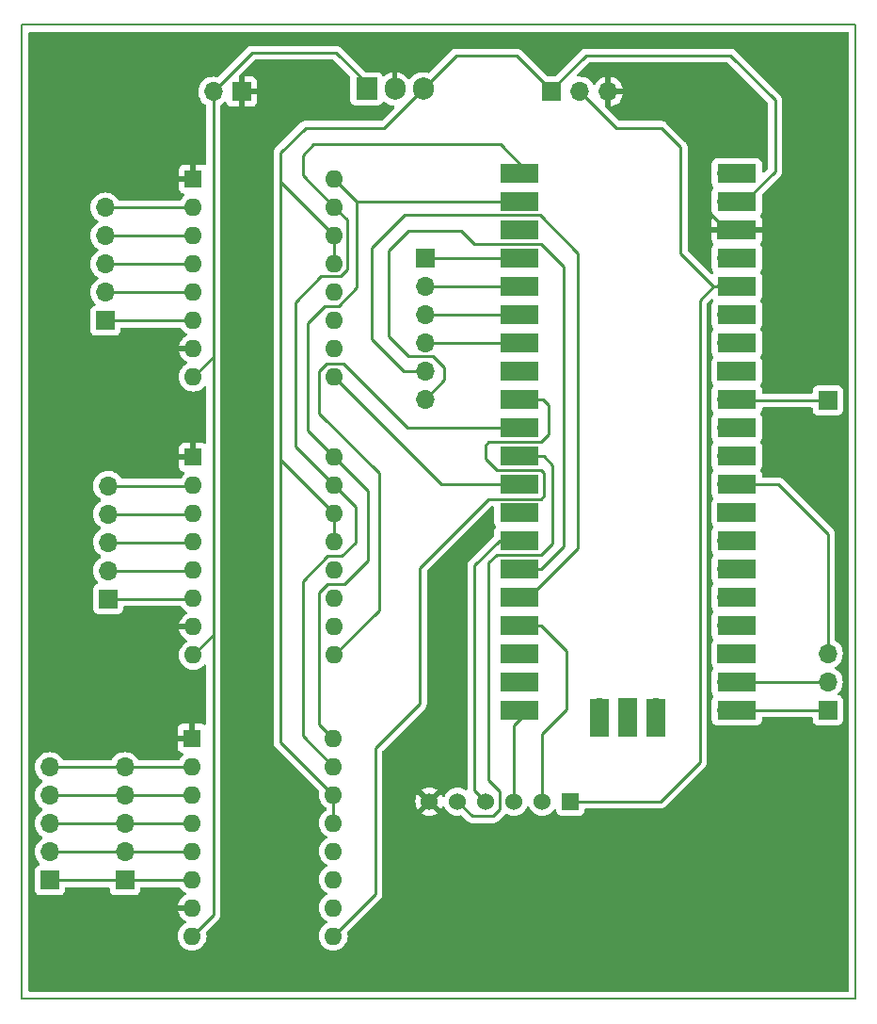
<source format=gbr>
%TF.GenerationSoftware,KiCad,Pcbnew,7.0.1*%
%TF.CreationDate,2024-01-22T18:52:22+01:00*%
%TF.ProjectId,Automatic_sampler_logic,4175746f-6d61-4746-9963-5f73616d706c,rev?*%
%TF.SameCoordinates,Original*%
%TF.FileFunction,Copper,L1,Top*%
%TF.FilePolarity,Positive*%
%FSLAX46Y46*%
G04 Gerber Fmt 4.6, Leading zero omitted, Abs format (unit mm)*
G04 Created by KiCad (PCBNEW 7.0.1) date 2024-01-22 18:52:22*
%MOMM*%
%LPD*%
G01*
G04 APERTURE LIST*
%TA.AperFunction,NonConductor*%
%ADD10C,0.200000*%
%TD*%
%TA.AperFunction,ComponentPad*%
%ADD11R,1.905000X2.000000*%
%TD*%
%TA.AperFunction,ComponentPad*%
%ADD12O,1.905000X2.000000*%
%TD*%
%TA.AperFunction,ComponentPad*%
%ADD13R,1.600000X1.600000*%
%TD*%
%TA.AperFunction,ComponentPad*%
%ADD14O,1.600000X1.600000*%
%TD*%
%TA.AperFunction,ComponentPad*%
%ADD15R,1.700000X1.700000*%
%TD*%
%TA.AperFunction,ComponentPad*%
%ADD16O,1.700000X1.700000*%
%TD*%
%TA.AperFunction,ComponentPad*%
%ADD17R,1.524000X1.524000*%
%TD*%
%TA.AperFunction,ComponentPad*%
%ADD18C,1.524000*%
%TD*%
%TA.AperFunction,SMDPad,CuDef*%
%ADD19R,3.500000X1.700000*%
%TD*%
%TA.AperFunction,SMDPad,CuDef*%
%ADD20R,1.700000X3.500000*%
%TD*%
%TA.AperFunction,Conductor*%
%ADD21C,0.250000*%
%TD*%
G04 APERTURE END LIST*
D10*
X102950000Y-48910000D02*
X177950000Y-48910000D01*
X177950000Y-136410000D01*
X102950000Y-136410000D01*
X102950000Y-48910000D01*
D11*
%TO.P,U5,1,VI*%
%TO.N,+12V*%
X133950000Y-54660000D03*
D12*
%TO.P,U5,2,GND*%
%TO.N,GND*%
X136490000Y-54660000D03*
%TO.P,U5,3,VO*%
%TO.N,+5V*%
X139030000Y-54660000D03*
%TD*%
D13*
%TO.P,A2,1,GND*%
%TO.N,GND*%
X118250000Y-113020000D03*
D14*
%TO.P,A2,2,~{FLT}*%
%TO.N,Net-(A2-~{FLT})*%
X118250000Y-115560000D03*
%TO.P,A2,3,A2*%
%TO.N,Net-(A2-A2)*%
X118250000Y-118100000D03*
%TO.P,A2,4,A1*%
%TO.N,Net-(A2-A1)*%
X118250000Y-120640000D03*
%TO.P,A2,5,B1*%
%TO.N,Net-(A2-B1)*%
X118250000Y-123180000D03*
%TO.P,A2,6,B2*%
%TO.N,Net-(A2-B2)*%
X118250000Y-125720000D03*
%TO.P,A2,7,GND*%
%TO.N,GND*%
X118250000Y-128260000D03*
%TO.P,A2,8,VMOT*%
%TO.N,+12V*%
X118250000Y-130800000D03*
%TO.P,A2,9,~{EN}*%
%TO.N,MOT_EN_X*%
X130950000Y-130800000D03*
%TO.P,A2,10,M0*%
%TO.N,unconnected-(A2-M0-Pad10)*%
X130950000Y-128260000D03*
%TO.P,A2,11,M1*%
%TO.N,unconnected-(A2-M1-Pad11)*%
X130950000Y-125720000D03*
%TO.P,A2,12,M2*%
%TO.N,unconnected-(A2-M2-Pad12)*%
X130950000Y-123180000D03*
%TO.P,A2,13,~{RST}*%
%TO.N,+5V*%
X130950000Y-120640000D03*
%TO.P,A2,14,~{SLP}*%
X130950000Y-118100000D03*
%TO.P,A2,15,STEP*%
%TO.N,MOT_ST*%
X130950000Y-115560000D03*
%TO.P,A2,16,DIR*%
%TO.N,MOT_DIR*%
X130950000Y-113020000D03*
%TD*%
D15*
%TO.P,J6,1,Pin_1*%
%TO.N,LCD_D7*%
X139225000Y-69835000D03*
D16*
%TO.P,J6,2,Pin_2*%
%TO.N,LCD_D6*%
X139225000Y-72375000D03*
%TO.P,J6,3,Pin_3*%
%TO.N,LCD_D5*%
X139225000Y-74915000D03*
%TO.P,J6,4,Pin_4*%
%TO.N,LCD_D4*%
X139225000Y-77455000D03*
%TO.P,J6,5,Pin_5*%
%TO.N,LCD_RS*%
X139225000Y-79995000D03*
%TO.P,J6,6,Pin_6*%
%TO.N,LCD_E*%
X139225000Y-82535000D03*
%TD*%
D15*
%TO.P,J1,1,Pin_1*%
%TO.N,Net-(A2-B2)*%
X105450000Y-125780000D03*
D16*
%TO.P,J1,2,Pin_2*%
%TO.N,Net-(A2-B1)*%
X105450000Y-123240000D03*
%TO.P,J1,3,Pin_3*%
%TO.N,Net-(A2-A1)*%
X105450000Y-120700000D03*
%TO.P,J1,4,Pin_4*%
%TO.N,Net-(A2-A2)*%
X105450000Y-118160000D03*
%TO.P,J1,5,Pin_5*%
%TO.N,Net-(A2-~{FLT})*%
X105450000Y-115620000D03*
%TD*%
D15*
%TO.P,J4,1,Pin_1*%
%TO.N,GND*%
X122700000Y-54910000D03*
D16*
%TO.P,J4,2,Pin_2*%
%TO.N,+12V*%
X120160000Y-54910000D03*
%TD*%
D15*
%TO.P,J8,1,Pin_1*%
%TO.N,Button*%
X175450000Y-82660000D03*
%TD*%
%TO.P,J7,1,Pin_1*%
%TO.N,+5V*%
X150610000Y-54910000D03*
D16*
%TO.P,J7,2,Pin_2*%
%TO.N,+3.3V*%
X153150000Y-54910000D03*
%TO.P,J7,3,Pin_3*%
%TO.N,GND*%
X155690000Y-54910000D03*
%TD*%
D17*
%TO.P,A1,1,3V3*%
%TO.N,+3.3V*%
X152300000Y-118710000D03*
D18*
%TO.P,A1,2,CS*%
%TO.N,SD_CS*%
X149760000Y-118710000D03*
%TO.P,A1,3,MOSI*%
%TO.N,SD_MOSI*%
X147220000Y-118710000D03*
%TO.P,A1,4,CLK*%
%TO.N,SD_CLK*%
X144680000Y-118710000D03*
%TO.P,A1,5,MISO*%
%TO.N,SD_MISO*%
X142140000Y-118710000D03*
%TO.P,A1,6,GND*%
%TO.N,GND*%
X139600000Y-118710000D03*
%TD*%
D15*
%TO.P,J2,1,Pin_1*%
%TO.N,Net-(A3-B2)*%
X110700000Y-100490000D03*
D16*
%TO.P,J2,2,Pin_2*%
%TO.N,Net-(A3-B1)*%
X110700000Y-97950000D03*
%TO.P,J2,3,Pin_3*%
%TO.N,Net-(A3-A1)*%
X110700000Y-95410000D03*
%TO.P,J2,4,Pin_4*%
%TO.N,Net-(A3-A2)*%
X110700000Y-92870000D03*
%TO.P,J2,5,Pin_5*%
%TO.N,Net-(A3-~{FLT})*%
X110700000Y-90330000D03*
%TD*%
D15*
%TO.P,J9,1,Pin_1*%
%TO.N,Net-(A2-B2)*%
X112200000Y-125780000D03*
D16*
%TO.P,J9,2,Pin_2*%
%TO.N,Net-(A2-B1)*%
X112200000Y-123240000D03*
%TO.P,J9,3,Pin_3*%
%TO.N,Net-(A2-A1)*%
X112200000Y-120700000D03*
%TO.P,J9,4,Pin_4*%
%TO.N,Net-(A2-A2)*%
X112200000Y-118160000D03*
%TO.P,J9,5,Pin_5*%
%TO.N,Net-(A2-~{FLT})*%
X112200000Y-115620000D03*
%TD*%
D15*
%TO.P,J5,1,Pin_1*%
%TO.N,F_X*%
X175450000Y-110490000D03*
D16*
%TO.P,J5,2,Pin_2*%
%TO.N,F_Y*%
X175450000Y-107950000D03*
%TO.P,J5,3,Pin_3*%
%TO.N,F_Z*%
X175450000Y-105410000D03*
%TD*%
%TO.P,U4,1,GPIO0*%
%TO.N,MOT_ST*%
X148585000Y-62250000D03*
D19*
X147685000Y-62250000D03*
D16*
%TO.P,U4,2,GPIO1*%
%TO.N,MOT_DIR*%
X148585000Y-64790000D03*
D19*
X147685000Y-64790000D03*
D15*
%TO.P,U4,3,GND*%
%TO.N,unconnected-(U4-GND-Pad3)*%
X148585000Y-67330000D03*
D19*
X147685000Y-67330000D03*
D16*
%TO.P,U4,4,GPIO2*%
%TO.N,LCD_D7*%
X148585000Y-69870000D03*
D19*
X147685000Y-69870000D03*
D16*
%TO.P,U4,5,GPIO3*%
%TO.N,LCD_D6*%
X148585000Y-72410000D03*
D19*
X147685000Y-72410000D03*
D16*
%TO.P,U4,6,GPIO4*%
%TO.N,LCD_D5*%
X148585000Y-74950000D03*
D19*
X147685000Y-74950000D03*
D16*
%TO.P,U4,7,GPIO5*%
%TO.N,LCD_D4*%
X148585000Y-77490000D03*
D19*
X147685000Y-77490000D03*
D15*
%TO.P,U4,8,GND*%
%TO.N,unconnected-(U4-GND-Pad8)*%
X148585000Y-80030000D03*
D19*
X147685000Y-80030000D03*
D16*
%TO.P,U4,9,GPIO6*%
%TO.N,MOT_EN_X*%
X148585000Y-82570000D03*
D19*
X147685000Y-82570000D03*
D16*
%TO.P,U4,10,GPIO7*%
%TO.N,MOT_EN_Y*%
X148585000Y-85110000D03*
D19*
X147685000Y-85110000D03*
D16*
%TO.P,U4,11,GPIO8*%
%TO.N,SD_MISO*%
X148585000Y-87650000D03*
D19*
X147685000Y-87650000D03*
D16*
%TO.P,U4,12,GPIO9*%
%TO.N,MOT_EN_Z*%
X148585000Y-90190000D03*
D19*
X147685000Y-90190000D03*
D15*
%TO.P,U4,13,GND*%
%TO.N,unconnected-(U4-GND-Pad13)*%
X148585000Y-92730000D03*
D19*
X147685000Y-92730000D03*
D16*
%TO.P,U4,14,GPIO10*%
%TO.N,SD_CLK*%
X148585000Y-95270000D03*
D19*
X147685000Y-95270000D03*
D16*
%TO.P,U4,15,GPIO11*%
%TO.N,LCD_E*%
X148585000Y-97810000D03*
D19*
X147685000Y-97810000D03*
D16*
%TO.P,U4,16,GPIO12*%
%TO.N,LCD_RS*%
X148585000Y-100350000D03*
D19*
X147685000Y-100350000D03*
D16*
%TO.P,U4,17,GPIO13*%
%TO.N,SD_CS*%
X148585000Y-102890000D03*
D19*
X147685000Y-102890000D03*
D15*
%TO.P,U4,18,GND*%
%TO.N,unconnected-(U4-GND-Pad18)*%
X148585000Y-105430000D03*
D19*
X147685000Y-105430000D03*
D16*
%TO.P,U4,19,GPIO14*%
%TO.N,unconnected-(U4-GPIO14-Pad19)*%
X148585000Y-107970000D03*
D19*
X147685000Y-107970000D03*
D16*
%TO.P,U4,20,GPIO15*%
%TO.N,SD_MOSI*%
X148585000Y-110510000D03*
D19*
X147685000Y-110510000D03*
D16*
%TO.P,U4,21,GPIO16*%
%TO.N,F_X*%
X166365000Y-110510000D03*
D19*
X167265000Y-110510000D03*
D16*
%TO.P,U4,22,GPIO17*%
%TO.N,F_Y*%
X166365000Y-107970000D03*
D19*
X167265000Y-107970000D03*
D15*
%TO.P,U4,23,GND*%
%TO.N,unconnected-(U4-GND-Pad23)*%
X166365000Y-105430000D03*
D19*
X167265000Y-105430000D03*
D16*
%TO.P,U4,24,GPIO18*%
%TO.N,unconnected-(U4-GPIO18-Pad24)*%
X166365000Y-102890000D03*
D19*
X167265000Y-102890000D03*
D16*
%TO.P,U4,25,GPIO19*%
%TO.N,unconnected-(U4-GPIO19-Pad25)*%
X166365000Y-100350000D03*
D19*
X167265000Y-100350000D03*
D16*
%TO.P,U4,26,GPIO20*%
%TO.N,unconnected-(U4-GPIO20-Pad26)*%
X166365000Y-97810000D03*
D19*
X167265000Y-97810000D03*
D16*
%TO.P,U4,27,GPIO21*%
%TO.N,unconnected-(U4-GPIO21-Pad27)*%
X166365000Y-95270000D03*
D19*
X167265000Y-95270000D03*
D15*
%TO.P,U4,28,GND*%
%TO.N,unconnected-(U4-GND-Pad28)*%
X166365000Y-92730000D03*
D19*
X167265000Y-92730000D03*
D16*
%TO.P,U4,29,GPIO22*%
%TO.N,F_Z*%
X166365000Y-90190000D03*
D19*
X167265000Y-90190000D03*
D16*
%TO.P,U4,30,RUN*%
%TO.N,unconnected-(U4-RUN-Pad30)*%
X166365000Y-87650000D03*
D19*
X167265000Y-87650000D03*
D16*
%TO.P,U4,31,GPIO26_ADC0*%
%TO.N,unconnected-(U4-GPIO26_ADC0-Pad31)*%
X166365000Y-85110000D03*
D19*
X167265000Y-85110000D03*
D16*
%TO.P,U4,32,GPIO27_ADC1*%
%TO.N,Button*%
X166365000Y-82570000D03*
D19*
X167265000Y-82570000D03*
D15*
%TO.P,U4,33,AGND*%
%TO.N,unconnected-(U4-AGND-Pad33)*%
X166365000Y-80030000D03*
D19*
X167265000Y-80030000D03*
D16*
%TO.P,U4,34,GPIO28_ADC2*%
%TO.N,unconnected-(U4-GPIO28_ADC2-Pad34)*%
X166365000Y-77490000D03*
D19*
X167265000Y-77490000D03*
D16*
%TO.P,U4,35,ADC_VREF*%
%TO.N,unconnected-(U4-ADC_VREF-Pad35)*%
X166365000Y-74950000D03*
D19*
X167265000Y-74950000D03*
D16*
%TO.P,U4,36,3V3*%
%TO.N,+3.3V*%
X166365000Y-72410000D03*
D19*
X167265000Y-72410000D03*
D16*
%TO.P,U4,37,3V3_EN*%
%TO.N,unconnected-(U4-3V3_EN-Pad37)*%
X166365000Y-69870000D03*
D19*
X167265000Y-69870000D03*
D15*
%TO.P,U4,38,GND*%
%TO.N,GND*%
X166365000Y-67330000D03*
D19*
X167265000Y-67330000D03*
D16*
%TO.P,U4,39,VSYS*%
%TO.N,+5V*%
X166365000Y-64790000D03*
D19*
X167265000Y-64790000D03*
D16*
%TO.P,U4,40,VBUS*%
%TO.N,unconnected-(U4-VBUS-Pad40)*%
X166365000Y-62250000D03*
D19*
X167265000Y-62250000D03*
D16*
%TO.P,U4,41,SWCLK*%
%TO.N,unconnected-(U4-SWCLK-Pad41)*%
X154935000Y-110280000D03*
D20*
X154935000Y-111180000D03*
D15*
%TO.P,U4,42,GND*%
%TO.N,unconnected-(U4-GND-Pad42)*%
X157475000Y-110280000D03*
D20*
X157475000Y-111180000D03*
D16*
%TO.P,U4,43,SWDIO*%
%TO.N,unconnected-(U4-SWDIO-Pad43)*%
X160015000Y-110280000D03*
D20*
X160015000Y-111180000D03*
%TD*%
D13*
%TO.P,A4,1,GND*%
%TO.N,GND*%
X118360000Y-62770000D03*
D14*
%TO.P,A4,2,~{FLT}*%
%TO.N,Net-(A4-~{FLT})*%
X118360000Y-65310000D03*
%TO.P,A4,3,A2*%
%TO.N,Net-(A4-A2)*%
X118360000Y-67850000D03*
%TO.P,A4,4,A1*%
%TO.N,Net-(A4-A1)*%
X118360000Y-70390000D03*
%TO.P,A4,5,B1*%
%TO.N,Net-(A4-B1)*%
X118360000Y-72930000D03*
%TO.P,A4,6,B2*%
%TO.N,Net-(A4-B2)*%
X118360000Y-75470000D03*
%TO.P,A4,7,GND*%
%TO.N,GND*%
X118360000Y-78010000D03*
%TO.P,A4,8,VMOT*%
%TO.N,+12V*%
X118360000Y-80550000D03*
%TO.P,A4,9,~{EN}*%
%TO.N,MOT_EN_Z*%
X131060000Y-80550000D03*
%TO.P,A4,10,M0*%
%TO.N,unconnected-(A4-M0-Pad10)*%
X131060000Y-78010000D03*
%TO.P,A4,11,M1*%
%TO.N,unconnected-(A4-M1-Pad11)*%
X131060000Y-75470000D03*
%TO.P,A4,12,M2*%
%TO.N,unconnected-(A4-M2-Pad12)*%
X131060000Y-72930000D03*
%TO.P,A4,13,~{RST}*%
%TO.N,+5V*%
X131060000Y-70390000D03*
%TO.P,A4,14,~{SLP}*%
X131060000Y-67850000D03*
%TO.P,A4,15,STEP*%
%TO.N,MOT_ST*%
X131060000Y-65310000D03*
%TO.P,A4,16,DIR*%
%TO.N,MOT_DIR*%
X131060000Y-62770000D03*
%TD*%
D13*
%TO.P,A3,1,GND*%
%TO.N,GND*%
X118360000Y-87770000D03*
D14*
%TO.P,A3,2,~{FLT}*%
%TO.N,Net-(A3-~{FLT})*%
X118360000Y-90310000D03*
%TO.P,A3,3,A2*%
%TO.N,Net-(A3-A2)*%
X118360000Y-92850000D03*
%TO.P,A3,4,A1*%
%TO.N,Net-(A3-A1)*%
X118360000Y-95390000D03*
%TO.P,A3,5,B1*%
%TO.N,Net-(A3-B1)*%
X118360000Y-97930000D03*
%TO.P,A3,6,B2*%
%TO.N,Net-(A3-B2)*%
X118360000Y-100470000D03*
%TO.P,A3,7,GND*%
%TO.N,GND*%
X118360000Y-103010000D03*
%TO.P,A3,8,VMOT*%
%TO.N,+12V*%
X118360000Y-105550000D03*
%TO.P,A3,9,~{EN}*%
%TO.N,MOT_EN_Y*%
X131060000Y-105550000D03*
%TO.P,A3,10,M0*%
%TO.N,unconnected-(A3-M0-Pad10)*%
X131060000Y-103010000D03*
%TO.P,A3,11,M1*%
%TO.N,unconnected-(A3-M1-Pad11)*%
X131060000Y-100470000D03*
%TO.P,A3,12,M2*%
%TO.N,unconnected-(A3-M2-Pad12)*%
X131060000Y-97930000D03*
%TO.P,A3,13,~{RST}*%
%TO.N,+5V*%
X131060000Y-95390000D03*
%TO.P,A3,14,~{SLP}*%
X131060000Y-92850000D03*
%TO.P,A3,15,STEP*%
%TO.N,MOT_ST*%
X131060000Y-90310000D03*
%TO.P,A3,16,DIR*%
%TO.N,MOT_DIR*%
X131060000Y-87770000D03*
%TD*%
D15*
%TO.P,J3,1,Pin_1*%
%TO.N,Net-(A4-B2)*%
X110450000Y-75490000D03*
D16*
%TO.P,J3,2,Pin_2*%
%TO.N,Net-(A4-B1)*%
X110450000Y-72950000D03*
%TO.P,J3,3,Pin_3*%
%TO.N,Net-(A4-A1)*%
X110450000Y-70410000D03*
%TO.P,J3,4,Pin_4*%
%TO.N,Net-(A4-A2)*%
X110450000Y-67870000D03*
%TO.P,J3,5,Pin_5*%
%TO.N,Net-(A4-~{FLT})*%
X110450000Y-65330000D03*
%TD*%
D21*
%TO.N,+3.3V*%
X165162919Y-72447081D02*
X163950000Y-73660000D01*
X165162919Y-72410000D02*
X162200000Y-69447081D01*
X156400000Y-58160000D02*
X153150000Y-54910000D01*
X162200000Y-59910000D02*
X160450000Y-58160000D01*
X160400000Y-118710000D02*
X152300000Y-118710000D01*
X165162919Y-72410000D02*
X165162919Y-72447081D01*
X166365000Y-72410000D02*
X165162919Y-72410000D01*
X160450000Y-58160000D02*
X156400000Y-58160000D01*
X163950000Y-73660000D02*
X163950000Y-115160000D01*
X163950000Y-115160000D02*
X160400000Y-118710000D01*
X162200000Y-69447081D02*
X162200000Y-59910000D01*
%TO.N,SD_CS*%
X151950000Y-105160000D02*
X149680000Y-102890000D01*
X149760000Y-112600000D02*
X151950000Y-110410000D01*
X149680000Y-102890000D02*
X148585000Y-102890000D01*
X151950000Y-110410000D02*
X151950000Y-105160000D01*
X149760000Y-118710000D02*
X149760000Y-112600000D01*
%TO.N,SD_MOSI*%
X147220000Y-111875000D02*
X148585000Y-110510000D01*
X147220000Y-118710000D02*
X147220000Y-111875000D01*
%TO.N,SD_CLK*%
X145890000Y-95270000D02*
X143650000Y-97510000D01*
X143650000Y-97510000D02*
X143650000Y-117680000D01*
X148585000Y-95270000D02*
X145890000Y-95270000D01*
X143650000Y-117680000D02*
X144680000Y-118710000D01*
%TO.N,SD_MISO*%
X144950000Y-116810000D02*
X145950000Y-117810000D01*
X143440000Y-120010000D02*
X142140000Y-118710000D01*
X150700000Y-95505000D02*
X149695000Y-96510000D01*
X144950000Y-97210000D02*
X144950000Y-116810000D01*
X149890000Y-87650000D02*
X150700000Y-88460000D01*
X148585000Y-87650000D02*
X149890000Y-87650000D01*
X150700000Y-88460000D02*
X150700000Y-95505000D01*
X145950000Y-117810000D02*
X145950000Y-119410000D01*
X145350000Y-120010000D02*
X143440000Y-120010000D01*
X149695000Y-96510000D02*
X145650000Y-96510000D01*
X145950000Y-119410000D02*
X145350000Y-120010000D01*
X145650000Y-96510000D02*
X144950000Y-97210000D01*
%TO.N,GND*%
X163450000Y-64415000D02*
X163450000Y-59160000D01*
X166365000Y-67330000D02*
X163450000Y-64415000D01*
X159200000Y-54910000D02*
X155690000Y-54910000D01*
X163450000Y-59160000D02*
X159200000Y-54910000D01*
%TO.N,Net-(A2-~{FLT})*%
X112200000Y-115620000D02*
X118190000Y-115620000D01*
X118190000Y-115620000D02*
X118250000Y-115560000D01*
X105450000Y-115620000D02*
X112200000Y-115620000D01*
%TO.N,Net-(A2-A2)*%
X105450000Y-118160000D02*
X112200000Y-118160000D01*
X118190000Y-118160000D02*
X118250000Y-118100000D01*
X112200000Y-118160000D02*
X118190000Y-118160000D01*
%TO.N,Net-(A2-A1)*%
X118190000Y-120700000D02*
X118250000Y-120640000D01*
X112200000Y-120700000D02*
X118190000Y-120700000D01*
X105450000Y-120700000D02*
X112200000Y-120700000D01*
%TO.N,Net-(A2-B1)*%
X118190000Y-123240000D02*
X118250000Y-123180000D01*
X105450000Y-123240000D02*
X112200000Y-123240000D01*
X112200000Y-123240000D02*
X118190000Y-123240000D01*
%TO.N,Net-(A2-B2)*%
X112200000Y-125780000D02*
X118190000Y-125780000D01*
X118190000Y-125780000D02*
X118250000Y-125720000D01*
X105450000Y-125780000D02*
X112200000Y-125780000D01*
%TO.N,+12V*%
X120160000Y-54910000D02*
X120160000Y-78750000D01*
X120160000Y-103750000D02*
X120160000Y-128890000D01*
X120160000Y-78750000D02*
X118360000Y-80550000D01*
X120160000Y-54910000D02*
X123660000Y-51410000D01*
X123660000Y-51410000D02*
X131200000Y-51410000D01*
X133950000Y-54160000D02*
X133950000Y-54660000D01*
X118360000Y-105550000D02*
X120160000Y-103750000D01*
X131200000Y-51410000D02*
X133950000Y-54160000D01*
X120160000Y-128890000D02*
X118250000Y-130800000D01*
X120160000Y-103750000D02*
X120160000Y-78750000D01*
%TO.N,MOT_EN_X*%
X149635000Y-86410000D02*
X144950000Y-86410000D01*
X149615000Y-91510000D02*
X144950000Y-91510000D01*
X149655000Y-88910000D02*
X149900000Y-89155000D01*
X138750000Y-109910000D02*
X134750000Y-113910000D01*
X144950000Y-91510000D02*
X138750000Y-97710000D01*
X145695000Y-88910000D02*
X149655000Y-88910000D01*
X138750000Y-97710000D02*
X138750000Y-109910000D01*
X144950000Y-86410000D02*
X144650000Y-86710000D01*
X149900000Y-89155000D02*
X149900000Y-91225000D01*
X149900000Y-91225000D02*
X149615000Y-91510000D01*
X149810000Y-82570000D02*
X150350000Y-83110000D01*
X150350000Y-85695000D02*
X149635000Y-86410000D01*
X144650000Y-86710000D02*
X144650000Y-87865000D01*
X144650000Y-87865000D02*
X145695000Y-88910000D01*
X134750000Y-127000000D02*
X130950000Y-130800000D01*
X150350000Y-83110000D02*
X150350000Y-85695000D01*
X134750000Y-113910000D02*
X134750000Y-127000000D01*
X148585000Y-82570000D02*
X149810000Y-82570000D01*
%TO.N,+5V*%
X130950000Y-118100000D02*
X130950000Y-120640000D01*
X131060000Y-92850000D02*
X131060000Y-95390000D01*
X139030000Y-54660000D02*
X142030000Y-51660000D01*
X166700000Y-51660000D02*
X170700000Y-55660000D01*
X153700000Y-51660000D02*
X166700000Y-51660000D01*
X128450000Y-58160000D02*
X126200000Y-60410000D01*
X147450000Y-51660000D02*
X150610000Y-54820000D01*
X139030000Y-54660000D02*
X135530000Y-58160000D01*
X126200000Y-62990000D02*
X131060000Y-67850000D01*
X126200000Y-60410000D02*
X126200000Y-62990000D01*
X126200000Y-87990000D02*
X126200000Y-113350000D01*
X135530000Y-58160000D02*
X128450000Y-58160000D01*
X170700000Y-62065000D02*
X167975000Y-64790000D01*
X150610000Y-54750000D02*
X153700000Y-51660000D01*
X126200000Y-113350000D02*
X130950000Y-118100000D01*
X142030000Y-51660000D02*
X147450000Y-51660000D01*
X131060000Y-67850000D02*
X131060000Y-70390000D01*
X167975000Y-64790000D02*
X166365000Y-64790000D01*
X150610000Y-54910000D02*
X150610000Y-54750000D01*
X126200000Y-87990000D02*
X131060000Y-92850000D01*
X126200000Y-62990000D02*
X126200000Y-87990000D01*
X150610000Y-54820000D02*
X150610000Y-54910000D01*
X170700000Y-55660000D02*
X170700000Y-62065000D01*
%TO.N,MOT_ST*%
X128200000Y-98910000D02*
X130450000Y-96660000D01*
X132950000Y-95410000D02*
X132950000Y-92200000D01*
X128200000Y-112810000D02*
X128200000Y-98910000D01*
X131060000Y-90310000D02*
X127550000Y-86800000D01*
X129200000Y-59660000D02*
X145995000Y-59660000D01*
X127550000Y-73810000D02*
X129845000Y-71515000D01*
X129845000Y-71515000D02*
X131595000Y-71515000D01*
X131060000Y-65310000D02*
X128200000Y-62450000D01*
X132185000Y-66435000D02*
X131060000Y-65310000D01*
X132950000Y-92200000D02*
X131060000Y-90310000D01*
X130450000Y-96660000D02*
X131700000Y-96660000D01*
X131700000Y-96660000D02*
X132950000Y-95410000D01*
X145995000Y-59660000D02*
X148585000Y-62250000D01*
X132185000Y-70925000D02*
X132185000Y-66435000D01*
X131595000Y-71515000D02*
X132185000Y-70925000D01*
X127550000Y-86800000D02*
X127550000Y-73810000D01*
X128200000Y-62450000D02*
X128200000Y-60660000D01*
X128200000Y-60660000D02*
X129200000Y-59660000D01*
X130950000Y-115560000D02*
X128200000Y-112810000D01*
%TO.N,MOT_DIR*%
X130200000Y-74160000D02*
X128650000Y-75710000D01*
X133080000Y-72500991D02*
X131420991Y-74160000D01*
X131420991Y-74160000D02*
X130200000Y-74160000D01*
X131060000Y-62770000D02*
X133080000Y-64790000D01*
X134050000Y-90760000D02*
X134050000Y-97060000D01*
X128650000Y-75710000D02*
X128650000Y-85360000D01*
X128650000Y-85360000D02*
X131060000Y-87770000D01*
X131950000Y-99160000D02*
X130450000Y-99160000D01*
X130450000Y-99160000D02*
X129700000Y-99910000D01*
X131060000Y-87770000D02*
X134050000Y-90760000D01*
X133080000Y-64790000D02*
X133080000Y-72500991D01*
X133080000Y-64790000D02*
X148585000Y-64790000D01*
X134050000Y-97060000D02*
X131950000Y-99160000D01*
X129700000Y-99910000D02*
X129700000Y-111770000D01*
X129700000Y-111770000D02*
X130950000Y-113020000D01*
%TO.N,Net-(A3-~{FLT})*%
X118340000Y-90330000D02*
X118360000Y-90310000D01*
X110700000Y-90330000D02*
X118340000Y-90330000D01*
%TO.N,Net-(A3-A2)*%
X110700000Y-92870000D02*
X118340000Y-92870000D01*
X118340000Y-92870000D02*
X118360000Y-92850000D01*
%TO.N,Net-(A3-A1)*%
X110700000Y-95410000D02*
X118340000Y-95410000D01*
X118340000Y-95410000D02*
X118360000Y-95390000D01*
%TO.N,Net-(A3-B1)*%
X118340000Y-97950000D02*
X118360000Y-97930000D01*
X110700000Y-97950000D02*
X118340000Y-97950000D01*
%TO.N,Net-(A3-B2)*%
X118340000Y-100490000D02*
X118360000Y-100470000D01*
X110700000Y-100490000D02*
X118340000Y-100490000D01*
%TO.N,MOT_EN_Y*%
X135050000Y-89210000D02*
X135050000Y-101560000D01*
X135050000Y-101560000D02*
X131060000Y-105550000D01*
X129650000Y-83810000D02*
X135050000Y-89210000D01*
X130350000Y-79310000D02*
X129650000Y-80010000D01*
X129650000Y-80010000D02*
X129650000Y-83810000D01*
X137650000Y-85110000D02*
X131850000Y-79310000D01*
X148585000Y-85110000D02*
X137650000Y-85110000D01*
X131850000Y-79310000D02*
X130350000Y-79310000D01*
%TO.N,Net-(A4-~{FLT})*%
X110470000Y-65310000D02*
X110450000Y-65330000D01*
X118360000Y-65310000D02*
X110470000Y-65310000D01*
%TO.N,Net-(A4-A2)*%
X118360000Y-67850000D02*
X110470000Y-67850000D01*
X110470000Y-67850000D02*
X110450000Y-67870000D01*
%TO.N,Net-(A4-A1)*%
X118360000Y-70390000D02*
X110470000Y-70390000D01*
X110470000Y-70390000D02*
X110450000Y-70410000D01*
%TO.N,Net-(A4-B1)*%
X118360000Y-72930000D02*
X110470000Y-72930000D01*
X110470000Y-72930000D02*
X110450000Y-72950000D01*
%TO.N,Net-(A4-B2)*%
X118360000Y-75470000D02*
X110470000Y-75470000D01*
X110470000Y-75470000D02*
X110450000Y-75490000D01*
%TO.N,MOT_EN_Z*%
X131060000Y-80550000D02*
X140700000Y-90190000D01*
X140700000Y-90190000D02*
X148585000Y-90190000D01*
%TO.N,F_X*%
X175450000Y-110490000D02*
X166385000Y-110490000D01*
X166385000Y-110490000D02*
X166365000Y-110510000D01*
%TO.N,F_Y*%
X175450000Y-107950000D02*
X166385000Y-107950000D01*
X166385000Y-107950000D02*
X166365000Y-107970000D01*
%TO.N,F_Z*%
X166365000Y-90190000D02*
X167975000Y-90190000D01*
X166365000Y-90190000D02*
X170980000Y-90190000D01*
X170980000Y-90190000D02*
X175450000Y-94660000D01*
X175450000Y-94660000D02*
X175450000Y-105410000D01*
X167975000Y-90190000D02*
X168005000Y-90160000D01*
%TO.N,LCD_D7*%
X139225000Y-69835000D02*
X148550000Y-69835000D01*
X148550000Y-69835000D02*
X148585000Y-69870000D01*
%TO.N,LCD_D6*%
X148550000Y-72375000D02*
X148585000Y-72410000D01*
X139225000Y-72375000D02*
X148550000Y-72375000D01*
%TO.N,LCD_D5*%
X148550000Y-74915000D02*
X148585000Y-74950000D01*
X139225000Y-74915000D02*
X148550000Y-74915000D01*
%TO.N,LCD_D4*%
X139225000Y-77455000D02*
X148550000Y-77455000D01*
X148550000Y-77455000D02*
X148585000Y-77490000D01*
%TO.N,LCD_RS*%
X137285000Y-79995000D02*
X134450000Y-77160000D01*
X137350000Y-66010000D02*
X149550000Y-66010000D01*
X152950000Y-69410000D02*
X152950000Y-95985000D01*
X149550000Y-66010000D02*
X152950000Y-69410000D01*
X152950000Y-95985000D02*
X148585000Y-100350000D01*
X134450000Y-68910000D02*
X137350000Y-66010000D01*
X134450000Y-77160000D02*
X134450000Y-68910000D01*
X139225000Y-79995000D02*
X137285000Y-79995000D01*
%TO.N,LCD_E*%
X151700000Y-95760000D02*
X149650000Y-97810000D01*
X140950000Y-79710000D02*
X139950000Y-78710000D01*
X139225000Y-82535000D02*
X140950000Y-80810000D01*
X137750000Y-78710000D02*
X135950000Y-76910000D01*
X149675000Y-68610000D02*
X151700000Y-70635000D01*
X137700000Y-67410000D02*
X142450000Y-67410000D01*
X139950000Y-78710000D02*
X137750000Y-78710000D01*
X151700000Y-70635000D02*
X151700000Y-95760000D01*
X143650000Y-68610000D02*
X149675000Y-68610000D01*
X142450000Y-67410000D02*
X143650000Y-68610000D01*
X135950000Y-69160000D02*
X137700000Y-67410000D01*
X135950000Y-76910000D02*
X135950000Y-69160000D01*
X149650000Y-97810000D02*
X148585000Y-97810000D01*
X140950000Y-80810000D02*
X140950000Y-79710000D01*
%TO.N,Button*%
X166455000Y-82660000D02*
X166365000Y-82570000D01*
X175450000Y-82660000D02*
X166455000Y-82660000D01*
%TD*%
%TA.AperFunction,Conductor*%
%TO.N,GND*%
G36*
X177287500Y-49527113D02*
G01*
X177332887Y-49572500D01*
X177349500Y-49634500D01*
X177349500Y-135685500D01*
X177332887Y-135747500D01*
X177287500Y-135792887D01*
X177225500Y-135809500D01*
X103674500Y-135809500D01*
X103612500Y-135792887D01*
X103567113Y-135747500D01*
X103550500Y-135685500D01*
X103550500Y-123239999D01*
X104094340Y-123239999D01*
X104114936Y-123475407D01*
X104155420Y-123626496D01*
X104176097Y-123703663D01*
X104275965Y-123917830D01*
X104411505Y-124111401D01*
X104411507Y-124111403D01*
X104411508Y-124111404D01*
X104533430Y-124233326D01*
X104564726Y-124286072D01*
X104566915Y-124347365D01*
X104539462Y-124402209D01*
X104489083Y-124437189D01*
X104357669Y-124486204D01*
X104242454Y-124572454D01*
X104156204Y-124687668D01*
X104105909Y-124822515D01*
X104105909Y-124822517D01*
X104099637Y-124880859D01*
X104099500Y-124882130D01*
X104099500Y-126677869D01*
X104105857Y-126737001D01*
X104105909Y-126737483D01*
X104156204Y-126872331D01*
X104242454Y-126987546D01*
X104357669Y-127073796D01*
X104492517Y-127124091D01*
X104552127Y-127130500D01*
X106347872Y-127130499D01*
X106407483Y-127124091D01*
X106542331Y-127073796D01*
X106657546Y-126987546D01*
X106743796Y-126872331D01*
X106794091Y-126737483D01*
X106800500Y-126677873D01*
X106800500Y-126529500D01*
X106817113Y-126467500D01*
X106862500Y-126422113D01*
X106924500Y-126405500D01*
X110725501Y-126405500D01*
X110787501Y-126422113D01*
X110832888Y-126467500D01*
X110849501Y-126529500D01*
X110849501Y-126677872D01*
X110855909Y-126737483D01*
X110906204Y-126872331D01*
X110992454Y-126987546D01*
X111107669Y-127073796D01*
X111242517Y-127124091D01*
X111302127Y-127130500D01*
X113097872Y-127130499D01*
X113157483Y-127124091D01*
X113292331Y-127073796D01*
X113407546Y-126987546D01*
X113493796Y-126872331D01*
X113544091Y-126737483D01*
X113550500Y-126677873D01*
X113550500Y-126529500D01*
X113567113Y-126467500D01*
X113612500Y-126422113D01*
X113674500Y-126405500D01*
X117077824Y-126405500D01*
X117135081Y-126419511D01*
X117179399Y-126458377D01*
X117249953Y-126559140D01*
X117410859Y-126720046D01*
X117597264Y-126850567D01*
X117597265Y-126850567D01*
X117597266Y-126850568D01*
X117655865Y-126877893D01*
X117708040Y-126923650D01*
X117727460Y-126990274D01*
X117708041Y-127056899D01*
X117655866Y-127102656D01*
X117597522Y-127129863D01*
X117411180Y-127260341D01*
X117250341Y-127421180D01*
X117119865Y-127607519D01*
X117023733Y-127813673D01*
X116971128Y-128009999D01*
X116971128Y-128010000D01*
X118376000Y-128010000D01*
X118438000Y-128026613D01*
X118483387Y-128072000D01*
X118500000Y-128134000D01*
X118500000Y-128386000D01*
X118483387Y-128448000D01*
X118438000Y-128493387D01*
X118376000Y-128510000D01*
X116971128Y-128510000D01*
X117023733Y-128706326D01*
X117119865Y-128912480D01*
X117250341Y-129098819D01*
X117411180Y-129259658D01*
X117597519Y-129390134D01*
X117655865Y-129417342D01*
X117708040Y-129463099D01*
X117727460Y-129529723D01*
X117708041Y-129596348D01*
X117655866Y-129642105D01*
X117597267Y-129669430D01*
X117410859Y-129799953D01*
X117249953Y-129960859D01*
X117119432Y-130147264D01*
X117023261Y-130353502D01*
X116964364Y-130573310D01*
X116944531Y-130799999D01*
X116964364Y-131026689D01*
X117023261Y-131246497D01*
X117119432Y-131452735D01*
X117249953Y-131639140D01*
X117410859Y-131800046D01*
X117597264Y-131930567D01*
X117597265Y-131930567D01*
X117597266Y-131930568D01*
X117803504Y-132026739D01*
X118023308Y-132085635D01*
X118250000Y-132105468D01*
X118476692Y-132085635D01*
X118696496Y-132026739D01*
X118902734Y-131930568D01*
X119089139Y-131800047D01*
X119250047Y-131639139D01*
X119380568Y-131452734D01*
X119476739Y-131246496D01*
X119535635Y-131026692D01*
X119555468Y-130800000D01*
X119535635Y-130573308D01*
X119517319Y-130504951D01*
X119517319Y-130440763D01*
X119549411Y-130385178D01*
X120543789Y-129390800D01*
X120559885Y-129377906D01*
X120561873Y-129375787D01*
X120561877Y-129375786D01*
X120607948Y-129326723D01*
X120610566Y-129324023D01*
X120630120Y-129304471D01*
X120632581Y-129301298D01*
X120640156Y-129292427D01*
X120670062Y-129260582D01*
X120679712Y-129243027D01*
X120690400Y-129226757D01*
X120702671Y-129210938D01*
X120702673Y-129210936D01*
X120720026Y-129170832D01*
X120725157Y-129160362D01*
X120746197Y-129122092D01*
X120751175Y-129102699D01*
X120757481Y-129084282D01*
X120759018Y-129080728D01*
X120765438Y-129065896D01*
X120772272Y-129022745D01*
X120774635Y-129011331D01*
X120785500Y-128969019D01*
X120785500Y-128948984D01*
X120787027Y-128929585D01*
X120790160Y-128909804D01*
X120786050Y-128866325D01*
X120785500Y-128854656D01*
X120785500Y-103808984D01*
X120787027Y-103789585D01*
X120787299Y-103787869D01*
X120790160Y-103769804D01*
X120786050Y-103726325D01*
X120785500Y-103714656D01*
X120785500Y-78808984D01*
X120787027Y-78789585D01*
X120787538Y-78786358D01*
X120790160Y-78769804D01*
X120786050Y-78726325D01*
X120785500Y-78714656D01*
X120785500Y-56185227D01*
X120799511Y-56127970D01*
X120838374Y-56083653D01*
X121031401Y-55948495D01*
X121153717Y-55826178D01*
X121206460Y-55794885D01*
X121267752Y-55792696D01*
X121322597Y-55820149D01*
X121357577Y-55870528D01*
X121406647Y-56002088D01*
X121492811Y-56117188D01*
X121607910Y-56203352D01*
X121742624Y-56253597D01*
X121802176Y-56260000D01*
X122450000Y-56260000D01*
X122450000Y-55160000D01*
X122950000Y-55160000D01*
X122950000Y-56260000D01*
X123597824Y-56260000D01*
X123657375Y-56253597D01*
X123792089Y-56203352D01*
X123907188Y-56117188D01*
X123993352Y-56002089D01*
X124043597Y-55867375D01*
X124050000Y-55807824D01*
X124050000Y-55160000D01*
X122950000Y-55160000D01*
X122450000Y-55160000D01*
X122450000Y-53560000D01*
X122950000Y-53560000D01*
X122950000Y-54660000D01*
X124050000Y-54660000D01*
X124050000Y-54012176D01*
X124043597Y-53952624D01*
X123993352Y-53817910D01*
X123907188Y-53702811D01*
X123792089Y-53616647D01*
X123657375Y-53566402D01*
X123597824Y-53560000D01*
X122950000Y-53560000D01*
X122450000Y-53560000D01*
X122450000Y-53555952D01*
X122459439Y-53508499D01*
X122486319Y-53468271D01*
X123882772Y-52071819D01*
X123923000Y-52044939D01*
X123970453Y-52035500D01*
X130889548Y-52035500D01*
X130937001Y-52044939D01*
X130977228Y-52071818D01*
X132460682Y-53555273D01*
X132487561Y-53595499D01*
X132497000Y-53642952D01*
X132497000Y-55707869D01*
X132503409Y-55767484D01*
X132513774Y-55795273D01*
X132553704Y-55902331D01*
X132639954Y-56017546D01*
X132755169Y-56103796D01*
X132890017Y-56154091D01*
X132949627Y-56160500D01*
X134950372Y-56160499D01*
X135009983Y-56154091D01*
X135144831Y-56103796D01*
X135260046Y-56017546D01*
X135346296Y-55902331D01*
X135357909Y-55871194D01*
X135390021Y-55823379D01*
X135440274Y-55795229D01*
X135497824Y-55792821D01*
X135550252Y-55816675D01*
X135692836Y-55927652D01*
X135904539Y-56042219D01*
X136132207Y-56120379D01*
X136368359Y-56159785D01*
X136429064Y-56188304D01*
X136466038Y-56244263D01*
X136468464Y-56311290D01*
X136435631Y-56369775D01*
X135307228Y-57498181D01*
X135267000Y-57525061D01*
X135219547Y-57534500D01*
X128532744Y-57534500D01*
X128512236Y-57532235D01*
X128442113Y-57534439D01*
X128438219Y-57534500D01*
X128410650Y-57534500D01*
X128406671Y-57535002D01*
X128395041Y-57535917D01*
X128351372Y-57537289D01*
X128332128Y-57542880D01*
X128313084Y-57546824D01*
X128293208Y-57549335D01*
X128252600Y-57565413D01*
X128241554Y-57569194D01*
X128232707Y-57571765D01*
X128199608Y-57581382D01*
X128182355Y-57591585D01*
X128164892Y-57600139D01*
X128146268Y-57607513D01*
X128110934Y-57633183D01*
X128101177Y-57639592D01*
X128063581Y-57661827D01*
X128049410Y-57675998D01*
X128034622Y-57688628D01*
X128018413Y-57700405D01*
X127990572Y-57734058D01*
X127982711Y-57742696D01*
X125816208Y-59909199D01*
X125800110Y-59922096D01*
X125752096Y-59973225D01*
X125749391Y-59976017D01*
X125729874Y-59995534D01*
X125727415Y-59998705D01*
X125719842Y-60007572D01*
X125689935Y-60039420D01*
X125680285Y-60056974D01*
X125669609Y-60073228D01*
X125657326Y-60089063D01*
X125639975Y-60129158D01*
X125634838Y-60139644D01*
X125613802Y-60177907D01*
X125608821Y-60197309D01*
X125602520Y-60215711D01*
X125594561Y-60234102D01*
X125587728Y-60277242D01*
X125585360Y-60288674D01*
X125574500Y-60330978D01*
X125574500Y-60351016D01*
X125572973Y-60370415D01*
X125569840Y-60390194D01*
X125573950Y-60433675D01*
X125574500Y-60445344D01*
X125574500Y-62907256D01*
X125572235Y-62927762D01*
X125574439Y-62997873D01*
X125574500Y-63001768D01*
X125574500Y-87907256D01*
X125572235Y-87927762D01*
X125574439Y-87997873D01*
X125574500Y-88001768D01*
X125574500Y-113267256D01*
X125572235Y-113287762D01*
X125574439Y-113357873D01*
X125574500Y-113361768D01*
X125574500Y-113389349D01*
X125575003Y-113393334D01*
X125575918Y-113404967D01*
X125577290Y-113448626D01*
X125582879Y-113467860D01*
X125586825Y-113486916D01*
X125589335Y-113506792D01*
X125605414Y-113547404D01*
X125609197Y-113558451D01*
X125621382Y-113600391D01*
X125631580Y-113617635D01*
X125640136Y-113635100D01*
X125647514Y-113653732D01*
X125647515Y-113653733D01*
X125673180Y-113689059D01*
X125679593Y-113698822D01*
X125701826Y-113736416D01*
X125701829Y-113736419D01*
X125701830Y-113736420D01*
X125715995Y-113750585D01*
X125728627Y-113765375D01*
X125740406Y-113781587D01*
X125774058Y-113809426D01*
X125782699Y-113817289D01*
X129650586Y-117685177D01*
X129682680Y-117740764D01*
X129682680Y-117804950D01*
X129664364Y-117873307D01*
X129644531Y-118100000D01*
X129664364Y-118326689D01*
X129723261Y-118546497D01*
X129819432Y-118752735D01*
X129949953Y-118939140D01*
X130110859Y-119100046D01*
X130271623Y-119212613D01*
X130310489Y-119256931D01*
X130324500Y-119314188D01*
X130324500Y-119425812D01*
X130310489Y-119483069D01*
X130271623Y-119527387D01*
X130110859Y-119639953D01*
X129949953Y-119800859D01*
X129819432Y-119987264D01*
X129723261Y-120193502D01*
X129664364Y-120413310D01*
X129644531Y-120639999D01*
X129664364Y-120866689D01*
X129723261Y-121086497D01*
X129819432Y-121292735D01*
X129949953Y-121479140D01*
X130110859Y-121640046D01*
X130297262Y-121770565D01*
X130297266Y-121770568D01*
X130355275Y-121797618D01*
X130407450Y-121843375D01*
X130426869Y-121910000D01*
X130407450Y-121976625D01*
X130355275Y-122022381D01*
X130344820Y-122027257D01*
X130297263Y-122049433D01*
X130110859Y-122179953D01*
X129949953Y-122340859D01*
X129819432Y-122527264D01*
X129723261Y-122733502D01*
X129664364Y-122953310D01*
X129644531Y-123179999D01*
X129664364Y-123406689D01*
X129723261Y-123626497D01*
X129819432Y-123832735D01*
X129949953Y-124019140D01*
X130110859Y-124180046D01*
X130262282Y-124286072D01*
X130297266Y-124310568D01*
X130355275Y-124337618D01*
X130407450Y-124383375D01*
X130426869Y-124450000D01*
X130407450Y-124516625D01*
X130355275Y-124562382D01*
X130297263Y-124589433D01*
X130110859Y-124719953D01*
X129949953Y-124880859D01*
X129819432Y-125067264D01*
X129723261Y-125273502D01*
X129664364Y-125493310D01*
X129644531Y-125719999D01*
X129664364Y-125946689D01*
X129723261Y-126166497D01*
X129819432Y-126372735D01*
X129949953Y-126559140D01*
X130110859Y-126720046D01*
X130192526Y-126777229D01*
X130297266Y-126850568D01*
X130343937Y-126872331D01*
X130355275Y-126877618D01*
X130407450Y-126923375D01*
X130426869Y-126990000D01*
X130407450Y-127056625D01*
X130355275Y-127102382D01*
X130297263Y-127129433D01*
X130110859Y-127259953D01*
X129949953Y-127420859D01*
X129819432Y-127607264D01*
X129723261Y-127813502D01*
X129664364Y-128033310D01*
X129644531Y-128259999D01*
X129664364Y-128486689D01*
X129723261Y-128706497D01*
X129819432Y-128912735D01*
X129949953Y-129099140D01*
X130110859Y-129260046D01*
X130174310Y-129304474D01*
X130297266Y-129390568D01*
X130355273Y-129417617D01*
X130407449Y-129463373D01*
X130426869Y-129529997D01*
X130407451Y-129596622D01*
X130355276Y-129642380D01*
X130297266Y-129669431D01*
X130110859Y-129799953D01*
X129949953Y-129960859D01*
X129819432Y-130147264D01*
X129723261Y-130353502D01*
X129664364Y-130573310D01*
X129644531Y-130799999D01*
X129664364Y-131026689D01*
X129723261Y-131246497D01*
X129819432Y-131452735D01*
X129949953Y-131639140D01*
X130110859Y-131800046D01*
X130297264Y-131930567D01*
X130297265Y-131930567D01*
X130297266Y-131930568D01*
X130503504Y-132026739D01*
X130723308Y-132085635D01*
X130950000Y-132105468D01*
X131176692Y-132085635D01*
X131396496Y-132026739D01*
X131602734Y-131930568D01*
X131789139Y-131800047D01*
X131950047Y-131639139D01*
X132080568Y-131452734D01*
X132176739Y-131246496D01*
X132235635Y-131026692D01*
X132255468Y-130800000D01*
X132235635Y-130573308D01*
X132217318Y-130504947D01*
X132217318Y-130440764D01*
X132249410Y-130385178D01*
X135133786Y-127500802D01*
X135149887Y-127487904D01*
X135151874Y-127485787D01*
X135151877Y-127485786D01*
X135197932Y-127436741D01*
X135200613Y-127433976D01*
X135220120Y-127414470D01*
X135222581Y-127411295D01*
X135230152Y-127402431D01*
X135260062Y-127370582D01*
X135269713Y-127353026D01*
X135280393Y-127336767D01*
X135292674Y-127320936D01*
X135310018Y-127280851D01*
X135315160Y-127270356D01*
X135320879Y-127259953D01*
X135336197Y-127232092D01*
X135341178Y-127212688D01*
X135347480Y-127194283D01*
X135355438Y-127175895D01*
X135362270Y-127132748D01*
X135364639Y-127121316D01*
X135375500Y-127079020D01*
X135375500Y-127058984D01*
X135377027Y-127039585D01*
X135380160Y-127019804D01*
X135376050Y-126976325D01*
X135375500Y-126964656D01*
X135375500Y-119761740D01*
X138901812Y-119761740D01*
X138966593Y-119807101D01*
X139166718Y-119900420D01*
X139380021Y-119957575D01*
X139600000Y-119976821D01*
X139819978Y-119957575D01*
X140033281Y-119900420D01*
X140233408Y-119807100D01*
X140298187Y-119761740D01*
X139600001Y-119063553D01*
X139600000Y-119063553D01*
X138901812Y-119761740D01*
X135375500Y-119761740D01*
X135375500Y-118710000D01*
X138333178Y-118710000D01*
X138352424Y-118929978D01*
X138409579Y-119143281D01*
X138502898Y-119343406D01*
X138548258Y-119408187D01*
X139246446Y-118710001D01*
X139246446Y-118710000D01*
X138548258Y-118011811D01*
X138548258Y-118011812D01*
X138502900Y-118076589D01*
X138409578Y-118276719D01*
X138352424Y-118490021D01*
X138333178Y-118710000D01*
X135375500Y-118710000D01*
X135375500Y-117658258D01*
X138901811Y-117658258D01*
X139600000Y-118356446D01*
X139600001Y-118356446D01*
X140298187Y-117658258D01*
X140233406Y-117612898D01*
X140033281Y-117519579D01*
X139819978Y-117462424D01*
X139600000Y-117443178D01*
X139380021Y-117462424D01*
X139166719Y-117519578D01*
X138966589Y-117612900D01*
X138901812Y-117658258D01*
X138901811Y-117658258D01*
X135375500Y-117658258D01*
X135375500Y-114220452D01*
X135384939Y-114172999D01*
X135411819Y-114132771D01*
X137265527Y-112279063D01*
X139133789Y-110410800D01*
X139149885Y-110397906D01*
X139151873Y-110395787D01*
X139151877Y-110395786D01*
X139197948Y-110346723D01*
X139200566Y-110344023D01*
X139220120Y-110324471D01*
X139222581Y-110321298D01*
X139230156Y-110312427D01*
X139260062Y-110280582D01*
X139269717Y-110263018D01*
X139280394Y-110246764D01*
X139292673Y-110230936D01*
X139310018Y-110190852D01*
X139315160Y-110180356D01*
X139336197Y-110142092D01*
X139341179Y-110122684D01*
X139347481Y-110104280D01*
X139355437Y-110085896D01*
X139362269Y-110042752D01*
X139364633Y-110031338D01*
X139375500Y-109989019D01*
X139375500Y-109968984D01*
X139377027Y-109949585D01*
X139377068Y-109949321D01*
X139380160Y-109929804D01*
X139376050Y-109886325D01*
X139375500Y-109874656D01*
X139375500Y-98020452D01*
X139384939Y-97972999D01*
X139411819Y-97932771D01*
X145172772Y-92171819D01*
X145213000Y-92144939D01*
X145260453Y-92135500D01*
X145310500Y-92135500D01*
X145372500Y-92152113D01*
X145417887Y-92197500D01*
X145434500Y-92259500D01*
X145434500Y-93627869D01*
X145440909Y-93687484D01*
X145491204Y-93822332D01*
X145568577Y-93925690D01*
X145590476Y-93973642D01*
X145590476Y-94026358D01*
X145568577Y-94074310D01*
X145491205Y-94177666D01*
X145440909Y-94312516D01*
X145434500Y-94372131D01*
X145434500Y-94789546D01*
X145425061Y-94836999D01*
X145398181Y-94877227D01*
X143266208Y-97009199D01*
X143250110Y-97022096D01*
X143202096Y-97073225D01*
X143199391Y-97076017D01*
X143179874Y-97095534D01*
X143177415Y-97098705D01*
X143169842Y-97107572D01*
X143139935Y-97139420D01*
X143130285Y-97156974D01*
X143119609Y-97173228D01*
X143107326Y-97189063D01*
X143089975Y-97229158D01*
X143084838Y-97239644D01*
X143063802Y-97277907D01*
X143058821Y-97297309D01*
X143052520Y-97315711D01*
X143044561Y-97334102D01*
X143037728Y-97377242D01*
X143035360Y-97388674D01*
X143024500Y-97430978D01*
X143024500Y-97451016D01*
X143022973Y-97470413D01*
X143019840Y-97490196D01*
X143021406Y-97506759D01*
X143023950Y-97533675D01*
X143024500Y-97545344D01*
X143024500Y-117549903D01*
X143006509Y-117614231D01*
X142957757Y-117659892D01*
X142892390Y-117673638D01*
X142829377Y-117651478D01*
X142773662Y-117612466D01*
X142573451Y-117519106D01*
X142360065Y-117461929D01*
X142140000Y-117442676D01*
X141919934Y-117461929D01*
X141706548Y-117519106D01*
X141506338Y-117612466D01*
X141325379Y-117739174D01*
X141169174Y-117895379D01*
X141042467Y-118076336D01*
X140982105Y-118205782D01*
X140936347Y-118257957D01*
X140869722Y-118277376D01*
X140803097Y-118257956D01*
X140757341Y-118205780D01*
X140697099Y-118076590D01*
X140651740Y-118011811D01*
X139953553Y-118710000D01*
X139953553Y-118710001D01*
X140651740Y-119408186D01*
X140697098Y-119343411D01*
X140757340Y-119214220D01*
X140803097Y-119162043D01*
X140869722Y-119142623D01*
X140936348Y-119162042D01*
X140982105Y-119214218D01*
X141028722Y-119314188D01*
X141042466Y-119343662D01*
X141169174Y-119524620D01*
X141325380Y-119680826D01*
X141506338Y-119807534D01*
X141706550Y-119900894D01*
X141919932Y-119958070D01*
X142140000Y-119977323D01*
X142360068Y-119958070D01*
X142404019Y-119946292D01*
X142468208Y-119946292D01*
X142523796Y-119978386D01*
X142939197Y-120393787D01*
X142952098Y-120409889D01*
X142954212Y-120411874D01*
X142954214Y-120411877D01*
X143001561Y-120456339D01*
X143003240Y-120457916D01*
X143006035Y-120460625D01*
X143025530Y-120480120D01*
X143028704Y-120482582D01*
X143037568Y-120490153D01*
X143069418Y-120520062D01*
X143079914Y-120525832D01*
X143086974Y-120529714D01*
X143103231Y-120540392D01*
X143119064Y-120552674D01*
X143135185Y-120559649D01*
X143159156Y-120570023D01*
X143169643Y-120575160D01*
X143207908Y-120596197D01*
X143227316Y-120601180D01*
X143245710Y-120607478D01*
X143264105Y-120615438D01*
X143307254Y-120622271D01*
X143318680Y-120624638D01*
X143334222Y-120628629D01*
X143360980Y-120635500D01*
X143360981Y-120635500D01*
X143381016Y-120635500D01*
X143400413Y-120637026D01*
X143420196Y-120640160D01*
X143463674Y-120636050D01*
X143475344Y-120635500D01*
X145267256Y-120635500D01*
X145287762Y-120637764D01*
X145290665Y-120637672D01*
X145290667Y-120637673D01*
X145357872Y-120635561D01*
X145361768Y-120635500D01*
X145389349Y-120635500D01*
X145389350Y-120635500D01*
X145393319Y-120634998D01*
X145404965Y-120634080D01*
X145448627Y-120632709D01*
X145467859Y-120627120D01*
X145486918Y-120623174D01*
X145494091Y-120622268D01*
X145506792Y-120620664D01*
X145547407Y-120604582D01*
X145558444Y-120600803D01*
X145600390Y-120588618D01*
X145617629Y-120578422D01*
X145635102Y-120569862D01*
X145653732Y-120562486D01*
X145689064Y-120536814D01*
X145698830Y-120530400D01*
X145736418Y-120508171D01*
X145736417Y-120508171D01*
X145736420Y-120508170D01*
X145750585Y-120494004D01*
X145765373Y-120481373D01*
X145781587Y-120469594D01*
X145809438Y-120435926D01*
X145817279Y-120427309D01*
X146333792Y-119910797D01*
X146349885Y-119897906D01*
X146351873Y-119895787D01*
X146351877Y-119895786D01*
X146397949Y-119846723D01*
X146400533Y-119844056D01*
X146420120Y-119824471D01*
X146420124Y-119824464D01*
X146424966Y-119819624D01*
X146473643Y-119789602D01*
X146530616Y-119784618D01*
X146583765Y-119805732D01*
X146586338Y-119807534D01*
X146786550Y-119900894D01*
X146999932Y-119958070D01*
X147220000Y-119977323D01*
X147440068Y-119958070D01*
X147653450Y-119900894D01*
X147853662Y-119807534D01*
X148034620Y-119680826D01*
X148190826Y-119524620D01*
X148317534Y-119343662D01*
X148377617Y-119214811D01*
X148423375Y-119162635D01*
X148490000Y-119143216D01*
X148556625Y-119162635D01*
X148602382Y-119214811D01*
X148662466Y-119343662D01*
X148789174Y-119524620D01*
X148945380Y-119680826D01*
X149126338Y-119807534D01*
X149326550Y-119900894D01*
X149539932Y-119958070D01*
X149760000Y-119977323D01*
X149980068Y-119958070D01*
X150193450Y-119900894D01*
X150393662Y-119807534D01*
X150574620Y-119680826D01*
X150730826Y-119524620D01*
X150811929Y-119408792D01*
X150859141Y-119368469D01*
X150919988Y-119356089D01*
X150979208Y-119374760D01*
X151021952Y-119419801D01*
X151037500Y-119479916D01*
X151037500Y-119519868D01*
X151038759Y-119531575D01*
X151043909Y-119579483D01*
X151094204Y-119714331D01*
X151180454Y-119829546D01*
X151295669Y-119915796D01*
X151430517Y-119966091D01*
X151490127Y-119972500D01*
X153109872Y-119972499D01*
X153169483Y-119966091D01*
X153304331Y-119915796D01*
X153419546Y-119829546D01*
X153505796Y-119714331D01*
X153556091Y-119579483D01*
X153562500Y-119519873D01*
X153562500Y-119459500D01*
X153579113Y-119397500D01*
X153624500Y-119352113D01*
X153686500Y-119335500D01*
X160317256Y-119335500D01*
X160337762Y-119337764D01*
X160340665Y-119337672D01*
X160340667Y-119337673D01*
X160407872Y-119335561D01*
X160411768Y-119335500D01*
X160439349Y-119335500D01*
X160439350Y-119335500D01*
X160443319Y-119334998D01*
X160454965Y-119334080D01*
X160498627Y-119332709D01*
X160517859Y-119327120D01*
X160536918Y-119323174D01*
X160543196Y-119322381D01*
X160556792Y-119320664D01*
X160597407Y-119304582D01*
X160608444Y-119300803D01*
X160650390Y-119288618D01*
X160667629Y-119278422D01*
X160685102Y-119269862D01*
X160703732Y-119262486D01*
X160739064Y-119236814D01*
X160748830Y-119230400D01*
X160775190Y-119214811D01*
X160786420Y-119208170D01*
X160800585Y-119194004D01*
X160815373Y-119181373D01*
X160831587Y-119169594D01*
X160859438Y-119135926D01*
X160867279Y-119127309D01*
X164333789Y-115660800D01*
X164349885Y-115647906D01*
X164351873Y-115645787D01*
X164351877Y-115645786D01*
X164397948Y-115596723D01*
X164400566Y-115594023D01*
X164420120Y-115574471D01*
X164422581Y-115571298D01*
X164430156Y-115562427D01*
X164460062Y-115530582D01*
X164469717Y-115513018D01*
X164480394Y-115496764D01*
X164492673Y-115480936D01*
X164510018Y-115440852D01*
X164515160Y-115430356D01*
X164536197Y-115392092D01*
X164541179Y-115372684D01*
X164547481Y-115354280D01*
X164555437Y-115335896D01*
X164562269Y-115292752D01*
X164564633Y-115281338D01*
X164575500Y-115239019D01*
X164575500Y-115218984D01*
X164577027Y-115199585D01*
X164577626Y-115195800D01*
X164580160Y-115179804D01*
X164576050Y-115136325D01*
X164575500Y-115124656D01*
X164575500Y-73970452D01*
X164584939Y-73922999D01*
X164611819Y-73882771D01*
X164763609Y-73730981D01*
X164936219Y-73558370D01*
X164997540Y-73524887D01*
X165067231Y-73529871D01*
X165123165Y-73571742D01*
X165148577Y-73605688D01*
X165170476Y-73653640D01*
X165170476Y-73706356D01*
X165148578Y-73754309D01*
X165071204Y-73857669D01*
X165020909Y-73992516D01*
X165014500Y-74052131D01*
X165014500Y-74885616D01*
X165014028Y-74896424D01*
X165009340Y-74949999D01*
X165014028Y-75003576D01*
X165014500Y-75014384D01*
X165014500Y-75847869D01*
X165020909Y-75907484D01*
X165024271Y-75916497D01*
X165071204Y-76042331D01*
X165139786Y-76133945D01*
X165148577Y-76145688D01*
X165170476Y-76193641D01*
X165170476Y-76246356D01*
X165148578Y-76294309D01*
X165071204Y-76397669D01*
X165020910Y-76532515D01*
X165020909Y-76532517D01*
X165015554Y-76582331D01*
X165014500Y-76592131D01*
X165014500Y-77425616D01*
X165014028Y-77436424D01*
X165009340Y-77489999D01*
X165014028Y-77543576D01*
X165014500Y-77554384D01*
X165014500Y-78387869D01*
X165020909Y-78447484D01*
X165071204Y-78582332D01*
X165148577Y-78685690D01*
X165170476Y-78733642D01*
X165170476Y-78786358D01*
X165148577Y-78834310D01*
X165071205Y-78937666D01*
X165020909Y-79072516D01*
X165014500Y-79132130D01*
X165014500Y-80927869D01*
X165020909Y-80987484D01*
X165024271Y-80996497D01*
X165071204Y-81122331D01*
X165138640Y-81212414D01*
X165148577Y-81225688D01*
X165170476Y-81273641D01*
X165170476Y-81326356D01*
X165148578Y-81374309D01*
X165071204Y-81477669D01*
X165020909Y-81612516D01*
X165014500Y-81672131D01*
X165014500Y-82505616D01*
X165014028Y-82516424D01*
X165009340Y-82569999D01*
X165014028Y-82623576D01*
X165014500Y-82634384D01*
X165014500Y-83467869D01*
X165020909Y-83527484D01*
X165032243Y-83557872D01*
X165071204Y-83662331D01*
X165106167Y-83709035D01*
X165148577Y-83765688D01*
X165170476Y-83813641D01*
X165170476Y-83866356D01*
X165148578Y-83914309D01*
X165071204Y-84017669D01*
X165020909Y-84152516D01*
X165014500Y-84212131D01*
X165014500Y-85045616D01*
X165014028Y-85056424D01*
X165009340Y-85109999D01*
X165014028Y-85163576D01*
X165014500Y-85174384D01*
X165014500Y-86007869D01*
X165020909Y-86067484D01*
X165071204Y-86202332D01*
X165148577Y-86305690D01*
X165170476Y-86353642D01*
X165170476Y-86406358D01*
X165148577Y-86454310D01*
X165071205Y-86557666D01*
X165020910Y-86692515D01*
X165020909Y-86692517D01*
X165015230Y-86745344D01*
X165014500Y-86752131D01*
X165014500Y-87585616D01*
X165014028Y-87596424D01*
X165009340Y-87649999D01*
X165014028Y-87703576D01*
X165014500Y-87714384D01*
X165014500Y-88547869D01*
X165020909Y-88607484D01*
X165071204Y-88742332D01*
X165148577Y-88845690D01*
X165170476Y-88893642D01*
X165170476Y-88946358D01*
X165148577Y-88994310D01*
X165071205Y-89097666D01*
X165020909Y-89232516D01*
X165014500Y-89292131D01*
X165014500Y-90125616D01*
X165014028Y-90136424D01*
X165009340Y-90189999D01*
X165014028Y-90243576D01*
X165014500Y-90254384D01*
X165014500Y-91087869D01*
X165020909Y-91147484D01*
X165071204Y-91282332D01*
X165148577Y-91385690D01*
X165170476Y-91433642D01*
X165170476Y-91486358D01*
X165148577Y-91534310D01*
X165071205Y-91637666D01*
X165020909Y-91772516D01*
X165014500Y-91832130D01*
X165014500Y-93627869D01*
X165020909Y-93687484D01*
X165071204Y-93822332D01*
X165148577Y-93925690D01*
X165170476Y-93973642D01*
X165170476Y-94026358D01*
X165148577Y-94074310D01*
X165071205Y-94177666D01*
X165020909Y-94312516D01*
X165014500Y-94372131D01*
X165014500Y-95205616D01*
X165014028Y-95216424D01*
X165009340Y-95269999D01*
X165014028Y-95323576D01*
X165014500Y-95334384D01*
X165014500Y-96167869D01*
X165020909Y-96227484D01*
X165071204Y-96362332D01*
X165148577Y-96465690D01*
X165170476Y-96513642D01*
X165170476Y-96566358D01*
X165148577Y-96614310D01*
X165071205Y-96717666D01*
X165020909Y-96852516D01*
X165014500Y-96912131D01*
X165014500Y-97745616D01*
X165014028Y-97756424D01*
X165009340Y-97809999D01*
X165014028Y-97863576D01*
X165014500Y-97874384D01*
X165014500Y-98707869D01*
X165020909Y-98767484D01*
X165030699Y-98793731D01*
X165071204Y-98902331D01*
X165141379Y-98996072D01*
X165148578Y-99005689D01*
X165170477Y-99053642D01*
X165170477Y-99106358D01*
X165148578Y-99154311D01*
X165071204Y-99257668D01*
X165020909Y-99392516D01*
X165014500Y-99452131D01*
X165014500Y-100285616D01*
X165014028Y-100296424D01*
X165009340Y-100349999D01*
X165014028Y-100403576D01*
X165014500Y-100414384D01*
X165014500Y-101247869D01*
X165020909Y-101307484D01*
X165030699Y-101333731D01*
X165071204Y-101442331D01*
X165132833Y-101524656D01*
X165148577Y-101545688D01*
X165170476Y-101593641D01*
X165170476Y-101646356D01*
X165148578Y-101694309D01*
X165071204Y-101797669D01*
X165020910Y-101932515D01*
X165020909Y-101932517D01*
X165016399Y-101974471D01*
X165014500Y-101992131D01*
X165014500Y-102825616D01*
X165014028Y-102836424D01*
X165009340Y-102889999D01*
X165014028Y-102943576D01*
X165014500Y-102954384D01*
X165014500Y-103787869D01*
X165016770Y-103808984D01*
X165020909Y-103847483D01*
X165071204Y-103982331D01*
X165146801Y-104083315D01*
X165148578Y-104085689D01*
X165170477Y-104133642D01*
X165170477Y-104186358D01*
X165148578Y-104234311D01*
X165071204Y-104337668D01*
X165020909Y-104472516D01*
X165014500Y-104532130D01*
X165014500Y-106327869D01*
X165020909Y-106387484D01*
X165071204Y-106522332D01*
X165148577Y-106625690D01*
X165170476Y-106673642D01*
X165170476Y-106726358D01*
X165148577Y-106774310D01*
X165071205Y-106877666D01*
X165020909Y-107012516D01*
X165014500Y-107072131D01*
X165014500Y-107905616D01*
X165014028Y-107916424D01*
X165009340Y-107969999D01*
X165014028Y-108023576D01*
X165014500Y-108034384D01*
X165014500Y-108867869D01*
X165020909Y-108927484D01*
X165026818Y-108943326D01*
X165071204Y-109062331D01*
X165133771Y-109145909D01*
X165148578Y-109165689D01*
X165170477Y-109213642D01*
X165170477Y-109266358D01*
X165148578Y-109314311D01*
X165071204Y-109417668D01*
X165020909Y-109552515D01*
X165020909Y-109552517D01*
X165016651Y-109592127D01*
X165014500Y-109612131D01*
X165014500Y-110445616D01*
X165014028Y-110456424D01*
X165009340Y-110509999D01*
X165014028Y-110563576D01*
X165014500Y-110574384D01*
X165014500Y-111407869D01*
X165018759Y-111447483D01*
X165020909Y-111467483D01*
X165071204Y-111602331D01*
X165157454Y-111717546D01*
X165272669Y-111803796D01*
X165407517Y-111854091D01*
X165467127Y-111860500D01*
X166300615Y-111860499D01*
X166311424Y-111860971D01*
X166364999Y-111865659D01*
X166364999Y-111865658D01*
X166365000Y-111865659D01*
X166418574Y-111860971D01*
X166429384Y-111860499D01*
X169062870Y-111860499D01*
X169062872Y-111860499D01*
X169122483Y-111854091D01*
X169257331Y-111803796D01*
X169372546Y-111717546D01*
X169458796Y-111602331D01*
X169509091Y-111467483D01*
X169515500Y-111407873D01*
X169515500Y-111239500D01*
X169532113Y-111177500D01*
X169577500Y-111132113D01*
X169639500Y-111115500D01*
X173975501Y-111115500D01*
X174037501Y-111132113D01*
X174082888Y-111177500D01*
X174099501Y-111239500D01*
X174099501Y-111387870D01*
X174105909Y-111447484D01*
X174113369Y-111467484D01*
X174156204Y-111582331D01*
X174242454Y-111697546D01*
X174357669Y-111783796D01*
X174492517Y-111834091D01*
X174552127Y-111840500D01*
X176347872Y-111840499D01*
X176407483Y-111834091D01*
X176542331Y-111783796D01*
X176657546Y-111697546D01*
X176743796Y-111582331D01*
X176794091Y-111447483D01*
X176800500Y-111387873D01*
X176800499Y-109592128D01*
X176794091Y-109532517D01*
X176743796Y-109397669D01*
X176657546Y-109282454D01*
X176542331Y-109196204D01*
X176460516Y-109165689D01*
X176410916Y-109147189D01*
X176360537Y-109112209D01*
X176333084Y-109057365D01*
X176335273Y-108996072D01*
X176366566Y-108943329D01*
X176488495Y-108821401D01*
X176624035Y-108627830D01*
X176723903Y-108413663D01*
X176785063Y-108185408D01*
X176805659Y-107950000D01*
X176785063Y-107714592D01*
X176723903Y-107486337D01*
X176624035Y-107272171D01*
X176488495Y-107078599D01*
X176321401Y-106911505D01*
X176135839Y-106781573D01*
X176096975Y-106737257D01*
X176082964Y-106680000D01*
X176096975Y-106622743D01*
X176135839Y-106578426D01*
X176321401Y-106448495D01*
X176488495Y-106281401D01*
X176624035Y-106087830D01*
X176723903Y-105873663D01*
X176785063Y-105645408D01*
X176805659Y-105410000D01*
X176789231Y-105222237D01*
X176785063Y-105174592D01*
X176779044Y-105152127D01*
X176723903Y-104946337D01*
X176624035Y-104732171D01*
X176488495Y-104538599D01*
X176321401Y-104371505D01*
X176128374Y-104236346D01*
X176089511Y-104192030D01*
X176075500Y-104134773D01*
X176075500Y-94742744D01*
X176077764Y-94722236D01*
X176075561Y-94652113D01*
X176075500Y-94648219D01*
X176075500Y-94620654D01*
X176075500Y-94620650D01*
X176074997Y-94616670D01*
X176074081Y-94605028D01*
X176073778Y-94595377D01*
X176072710Y-94561373D01*
X176067118Y-94542126D01*
X176063174Y-94523085D01*
X176060664Y-94503208D01*
X176044579Y-94462583D01*
X176040808Y-94451568D01*
X176028618Y-94409610D01*
X176018414Y-94392355D01*
X176009861Y-94374895D01*
X176008766Y-94372130D01*
X176002486Y-94356268D01*
X175976808Y-94320925D01*
X175970401Y-94311171D01*
X175948169Y-94273579D01*
X175934006Y-94259416D01*
X175921367Y-94244617D01*
X175909595Y-94228413D01*
X175875941Y-94200573D01*
X175867299Y-94192709D01*
X171480802Y-89806211D01*
X171467906Y-89790113D01*
X171416775Y-89742098D01*
X171413978Y-89739387D01*
X171394470Y-89719879D01*
X171391290Y-89717412D01*
X171382424Y-89709839D01*
X171350582Y-89679938D01*
X171333024Y-89670285D01*
X171316764Y-89659604D01*
X171300936Y-89647327D01*
X171260851Y-89629980D01*
X171250361Y-89624841D01*
X171212091Y-89603802D01*
X171192691Y-89598821D01*
X171174284Y-89592519D01*
X171155897Y-89584562D01*
X171112758Y-89577729D01*
X171101324Y-89575361D01*
X171059019Y-89564500D01*
X171038984Y-89564500D01*
X171019586Y-89562973D01*
X171012162Y-89561797D01*
X170999805Y-89559840D01*
X170999804Y-89559840D01*
X170966751Y-89562964D01*
X170956325Y-89563950D01*
X170944656Y-89564500D01*
X169639499Y-89564500D01*
X169577499Y-89547887D01*
X169532112Y-89502500D01*
X169515499Y-89440500D01*
X169515499Y-89292130D01*
X169514093Y-89279049D01*
X169509091Y-89232517D01*
X169458796Y-89097669D01*
X169381421Y-88994310D01*
X169359523Y-88946358D01*
X169359523Y-88893642D01*
X169381422Y-88845689D01*
X169458796Y-88742331D01*
X169509091Y-88607483D01*
X169515500Y-88547873D01*
X169515499Y-86752128D01*
X169509091Y-86692517D01*
X169458796Y-86557669D01*
X169381421Y-86454310D01*
X169359523Y-86406358D01*
X169359523Y-86353642D01*
X169381422Y-86305689D01*
X169389028Y-86295529D01*
X169458796Y-86202331D01*
X169509091Y-86067483D01*
X169515500Y-86007873D01*
X169515499Y-84212128D01*
X169509091Y-84152517D01*
X169458796Y-84017669D01*
X169458795Y-84017667D01*
X169381422Y-83914309D01*
X169359523Y-83866357D01*
X169359523Y-83813640D01*
X169381420Y-83765691D01*
X169458796Y-83662331D01*
X169509091Y-83527483D01*
X169515500Y-83467873D01*
X169515500Y-83409500D01*
X169532113Y-83347500D01*
X169577500Y-83302113D01*
X169639500Y-83285500D01*
X173975501Y-83285500D01*
X174037501Y-83302113D01*
X174082888Y-83347500D01*
X174099501Y-83409500D01*
X174099501Y-83557872D01*
X174105909Y-83617483D01*
X174156204Y-83752331D01*
X174242454Y-83867546D01*
X174357669Y-83953796D01*
X174492517Y-84004091D01*
X174552127Y-84010500D01*
X176347872Y-84010499D01*
X176407483Y-84004091D01*
X176542331Y-83953796D01*
X176657546Y-83867546D01*
X176743796Y-83752331D01*
X176794091Y-83617483D01*
X176800500Y-83557873D01*
X176800499Y-81762128D01*
X176794091Y-81702517D01*
X176743796Y-81567669D01*
X176657546Y-81452454D01*
X176542331Y-81366204D01*
X176407483Y-81315909D01*
X176347873Y-81309500D01*
X176347869Y-81309500D01*
X174552130Y-81309500D01*
X174492515Y-81315909D01*
X174357669Y-81366204D01*
X174242454Y-81452454D01*
X174156204Y-81567668D01*
X174105909Y-81702516D01*
X174099500Y-81762131D01*
X174099500Y-81910500D01*
X174082887Y-81972500D01*
X174037500Y-82017887D01*
X173975500Y-82034500D01*
X169639499Y-82034500D01*
X169577499Y-82017887D01*
X169532112Y-81972500D01*
X169515499Y-81910500D01*
X169515499Y-81672130D01*
X169514582Y-81663598D01*
X169509091Y-81612517D01*
X169458796Y-81477669D01*
X169443888Y-81457754D01*
X169381422Y-81374309D01*
X169359523Y-81326357D01*
X169359523Y-81273640D01*
X169381420Y-81225691D01*
X169458796Y-81122331D01*
X169509091Y-80987483D01*
X169515500Y-80927873D01*
X169515499Y-79132128D01*
X169509091Y-79072517D01*
X169458796Y-78937669D01*
X169381421Y-78834310D01*
X169359523Y-78786358D01*
X169359523Y-78733642D01*
X169381422Y-78685689D01*
X169398606Y-78662734D01*
X169458796Y-78582331D01*
X169509091Y-78447483D01*
X169515500Y-78387873D01*
X169515499Y-76592128D01*
X169509091Y-76532517D01*
X169458796Y-76397669D01*
X169451463Y-76387873D01*
X169381422Y-76294309D01*
X169359523Y-76246357D01*
X169359523Y-76193640D01*
X169381420Y-76145691D01*
X169458796Y-76042331D01*
X169509091Y-75907483D01*
X169515500Y-75847873D01*
X169515499Y-74052128D01*
X169509091Y-73992517D01*
X169458796Y-73857669D01*
X169458795Y-73857667D01*
X169381422Y-73754309D01*
X169359523Y-73706357D01*
X169359523Y-73653640D01*
X169381420Y-73605691D01*
X169458796Y-73502331D01*
X169509091Y-73367483D01*
X169515500Y-73307873D01*
X169515499Y-71512128D01*
X169509091Y-71452517D01*
X169458796Y-71317669D01*
X169381421Y-71214310D01*
X169359523Y-71166358D01*
X169359523Y-71113642D01*
X169381422Y-71065689D01*
X169398747Y-71042546D01*
X169458796Y-70962331D01*
X169509091Y-70827483D01*
X169515500Y-70767873D01*
X169515499Y-68972128D01*
X169509091Y-68912517D01*
X169458796Y-68777669D01*
X169381108Y-68673892D01*
X169359210Y-68625940D01*
X169359210Y-68573223D01*
X169381110Y-68525270D01*
X169458352Y-68422089D01*
X169508597Y-68287375D01*
X169515000Y-68227824D01*
X169515000Y-67580000D01*
X165015000Y-67580000D01*
X165015000Y-68227824D01*
X165021402Y-68287375D01*
X165071647Y-68422089D01*
X165148890Y-68525272D01*
X165170789Y-68573225D01*
X165170789Y-68625941D01*
X165148890Y-68673894D01*
X165071204Y-68777668D01*
X165020909Y-68912515D01*
X165020909Y-68912517D01*
X165016153Y-68956759D01*
X165014500Y-68972131D01*
X165014500Y-69805616D01*
X165014028Y-69816424D01*
X165009340Y-69869999D01*
X165014028Y-69923576D01*
X165014500Y-69934384D01*
X165014500Y-70767869D01*
X165020909Y-70827484D01*
X165071204Y-70962332D01*
X165148577Y-71065690D01*
X165170476Y-71113642D01*
X165170476Y-71166358D01*
X165148577Y-71214310D01*
X165107291Y-71269462D01*
X165067451Y-71303984D01*
X165016870Y-71318836D01*
X164964691Y-71311334D01*
X164920343Y-71282833D01*
X162861819Y-69224309D01*
X162834939Y-69184081D01*
X162825500Y-69136628D01*
X162825500Y-59992744D01*
X162827764Y-59972236D01*
X162825561Y-59902113D01*
X162825500Y-59898219D01*
X162825500Y-59870654D01*
X162825500Y-59870650D01*
X162824997Y-59866670D01*
X162824081Y-59855028D01*
X162822710Y-59811373D01*
X162817118Y-59792126D01*
X162813174Y-59773085D01*
X162810664Y-59753208D01*
X162794579Y-59712583D01*
X162790808Y-59701568D01*
X162778618Y-59659610D01*
X162768414Y-59642355D01*
X162759861Y-59624895D01*
X162752486Y-59606269D01*
X162752486Y-59606268D01*
X162726808Y-59570925D01*
X162720401Y-59561171D01*
X162698169Y-59523579D01*
X162684006Y-59509416D01*
X162671367Y-59494617D01*
X162659595Y-59478413D01*
X162625941Y-59450573D01*
X162617299Y-59442709D01*
X160950802Y-57776211D01*
X160937906Y-57760113D01*
X160886775Y-57712098D01*
X160883978Y-57709387D01*
X160864470Y-57689879D01*
X160861290Y-57687412D01*
X160852424Y-57679839D01*
X160820582Y-57649938D01*
X160803024Y-57640285D01*
X160786764Y-57629604D01*
X160770936Y-57617327D01*
X160730851Y-57599980D01*
X160720361Y-57594841D01*
X160682091Y-57573802D01*
X160662691Y-57568821D01*
X160644284Y-57562519D01*
X160625897Y-57554562D01*
X160582758Y-57547729D01*
X160571324Y-57545361D01*
X160529019Y-57534500D01*
X160508984Y-57534500D01*
X160489586Y-57532973D01*
X160482162Y-57531797D01*
X160469805Y-57529840D01*
X160469804Y-57529840D01*
X160444468Y-57532235D01*
X160426325Y-57533950D01*
X160414656Y-57534500D01*
X156710452Y-57534500D01*
X156662999Y-57525061D01*
X156622771Y-57498181D01*
X155476319Y-56351728D01*
X155449439Y-56311500D01*
X155440000Y-56264047D01*
X155440000Y-55160000D01*
X155940000Y-55160000D01*
X155940000Y-56240635D01*
X156153492Y-56183430D01*
X156367576Y-56083600D01*
X156561081Y-55948106D01*
X156728106Y-55781081D01*
X156863600Y-55587576D01*
X156963430Y-55373492D01*
X157020636Y-55160000D01*
X155940000Y-55160000D01*
X155440000Y-55160000D01*
X155440000Y-53579364D01*
X155940000Y-53579364D01*
X155940000Y-54660000D01*
X157020636Y-54660000D01*
X157020635Y-54659999D01*
X156963430Y-54446507D01*
X156863599Y-54232421D01*
X156728109Y-54038921D01*
X156561081Y-53871893D01*
X156367576Y-53736399D01*
X156153492Y-53636569D01*
X155940000Y-53579364D01*
X155440000Y-53579364D01*
X155439999Y-53579364D01*
X155226507Y-53636569D01*
X155012421Y-53736400D01*
X154818921Y-53871890D01*
X154651893Y-54038918D01*
X154521880Y-54224596D01*
X154477562Y-54263461D01*
X154420305Y-54277472D01*
X154363048Y-54263461D01*
X154318730Y-54224595D01*
X154273675Y-54160249D01*
X154188495Y-54038599D01*
X154021401Y-53871505D01*
X153827830Y-53735965D01*
X153613663Y-53636097D01*
X153541074Y-53616647D01*
X153385407Y-53574936D01*
X153149999Y-53554340D01*
X152985559Y-53568727D01*
X152926301Y-53559342D01*
X152878386Y-53523235D01*
X152853030Y-53468859D01*
X152856170Y-53408945D01*
X152887071Y-53357518D01*
X152942136Y-53302454D01*
X153922771Y-52321819D01*
X153963000Y-52294939D01*
X154010453Y-52285500D01*
X166389548Y-52285500D01*
X166437001Y-52294939D01*
X166477229Y-52321819D01*
X170038181Y-55882772D01*
X170065061Y-55923000D01*
X170074500Y-55970453D01*
X170074500Y-61754548D01*
X170065061Y-61802001D01*
X170038181Y-61842229D01*
X169727180Y-62153229D01*
X169677817Y-62183479D01*
X169620101Y-62188021D01*
X169566614Y-62165866D01*
X169529014Y-62121843D01*
X169515499Y-62065548D01*
X169515499Y-61352130D01*
X169514850Y-61346089D01*
X169509091Y-61292517D01*
X169458796Y-61157669D01*
X169372546Y-61042454D01*
X169257331Y-60956204D01*
X169122483Y-60905909D01*
X169062873Y-60899500D01*
X169062869Y-60899500D01*
X166429385Y-60899500D01*
X166418578Y-60899028D01*
X166364999Y-60894340D01*
X166311420Y-60899028D01*
X166300613Y-60899500D01*
X165467130Y-60899500D01*
X165407515Y-60905909D01*
X165272669Y-60956204D01*
X165157454Y-61042454D01*
X165071204Y-61157668D01*
X165020909Y-61292515D01*
X165020909Y-61292517D01*
X165014878Y-61348619D01*
X165014500Y-61352131D01*
X165014500Y-62185616D01*
X165014028Y-62196424D01*
X165009340Y-62249999D01*
X165014028Y-62303576D01*
X165014500Y-62314384D01*
X165014500Y-63147869D01*
X165020909Y-63207484D01*
X165071204Y-63342332D01*
X165148577Y-63445690D01*
X165170476Y-63493642D01*
X165170476Y-63546358D01*
X165148577Y-63594310D01*
X165071205Y-63697666D01*
X165020909Y-63832516D01*
X165014500Y-63892131D01*
X165014500Y-64725616D01*
X165014028Y-64736424D01*
X165009340Y-64790000D01*
X165014028Y-64843576D01*
X165014500Y-64854384D01*
X165014500Y-65687869D01*
X165020909Y-65747484D01*
X165071203Y-65882329D01*
X165071204Y-65882331D01*
X165148891Y-65986107D01*
X165170789Y-66034057D01*
X165170789Y-66086774D01*
X165148890Y-66134726D01*
X165071648Y-66237908D01*
X165021402Y-66372624D01*
X165015000Y-66432176D01*
X165015000Y-67080000D01*
X169515000Y-67080000D01*
X169515000Y-66432176D01*
X169508597Y-66372624D01*
X169458352Y-66237911D01*
X169381109Y-66134727D01*
X169359210Y-66086774D01*
X169359210Y-66034057D01*
X169381107Y-65986109D01*
X169458796Y-65882331D01*
X169509091Y-65747483D01*
X169515500Y-65687873D01*
X169515499Y-64185451D01*
X169524938Y-64137999D01*
X169551815Y-64097774D01*
X171083789Y-62565800D01*
X171099885Y-62552906D01*
X171101873Y-62550787D01*
X171101877Y-62550786D01*
X171147948Y-62501723D01*
X171150566Y-62499023D01*
X171170120Y-62479471D01*
X171172581Y-62476298D01*
X171180156Y-62467427D01*
X171210062Y-62435582D01*
X171219712Y-62418027D01*
X171230400Y-62401757D01*
X171239003Y-62390667D01*
X171242673Y-62385936D01*
X171260026Y-62345832D01*
X171265157Y-62335362D01*
X171286197Y-62297092D01*
X171291175Y-62277699D01*
X171297481Y-62259282D01*
X171301498Y-62249999D01*
X171305438Y-62240896D01*
X171312272Y-62197745D01*
X171314635Y-62186331D01*
X171325500Y-62144019D01*
X171325500Y-62123984D01*
X171327027Y-62104585D01*
X171327317Y-62102754D01*
X171330160Y-62084804D01*
X171326050Y-62041325D01*
X171325500Y-62029656D01*
X171325500Y-55742740D01*
X171327763Y-55722236D01*
X171325561Y-55652144D01*
X171325500Y-55648250D01*
X171325500Y-55620657D01*
X171325500Y-55620650D01*
X171324995Y-55616653D01*
X171324080Y-55605023D01*
X171323540Y-55587830D01*
X171322709Y-55561373D01*
X171317120Y-55542140D01*
X171313174Y-55523082D01*
X171310664Y-55503208D01*
X171294588Y-55462606D01*
X171290804Y-55451552D01*
X171278619Y-55409613D01*
X171278618Y-55409612D01*
X171278618Y-55409610D01*
X171268417Y-55392361D01*
X171259860Y-55374895D01*
X171252486Y-55356268D01*
X171226813Y-55320932D01*
X171220402Y-55311172D01*
X171198169Y-55273578D01*
X171184006Y-55259415D01*
X171171369Y-55244620D01*
X171159595Y-55228414D01*
X171159594Y-55228413D01*
X171125935Y-55200568D01*
X171117305Y-55192714D01*
X167200802Y-51276211D01*
X167187906Y-51260113D01*
X167136775Y-51212098D01*
X167133978Y-51209387D01*
X167114470Y-51189879D01*
X167111290Y-51187412D01*
X167102424Y-51179839D01*
X167070582Y-51149938D01*
X167053024Y-51140285D01*
X167036764Y-51129604D01*
X167020936Y-51117327D01*
X166980851Y-51099980D01*
X166970361Y-51094841D01*
X166932091Y-51073802D01*
X166912691Y-51068821D01*
X166894284Y-51062519D01*
X166875897Y-51054562D01*
X166832758Y-51047729D01*
X166821324Y-51045361D01*
X166779019Y-51034500D01*
X166758984Y-51034500D01*
X166739586Y-51032973D01*
X166732162Y-51031797D01*
X166719805Y-51029840D01*
X166719804Y-51029840D01*
X166694468Y-51032235D01*
X166676325Y-51033950D01*
X166664656Y-51034500D01*
X153782744Y-51034500D01*
X153762237Y-51032235D01*
X153692127Y-51034439D01*
X153688232Y-51034500D01*
X153660650Y-51034500D01*
X153656665Y-51035003D01*
X153645033Y-51035918D01*
X153601369Y-51037290D01*
X153582129Y-51042880D01*
X153563081Y-51046825D01*
X153543209Y-51049335D01*
X153502599Y-51065413D01*
X153491554Y-51069194D01*
X153449610Y-51081381D01*
X153432365Y-51091579D01*
X153414904Y-51100133D01*
X153396267Y-51107512D01*
X153360931Y-51133185D01*
X153351174Y-51139595D01*
X153313580Y-51161829D01*
X153299413Y-51175996D01*
X153284624Y-51188626D01*
X153268413Y-51200404D01*
X153240572Y-51234058D01*
X153232711Y-51242697D01*
X150952227Y-53523181D01*
X150911999Y-53550061D01*
X150864546Y-53559500D01*
X150285452Y-53559500D01*
X150237999Y-53550061D01*
X150197771Y-53523181D01*
X147950802Y-51276211D01*
X147937906Y-51260113D01*
X147886775Y-51212098D01*
X147883978Y-51209387D01*
X147864470Y-51189879D01*
X147861290Y-51187412D01*
X147852424Y-51179839D01*
X147820582Y-51149938D01*
X147803024Y-51140285D01*
X147786764Y-51129604D01*
X147770936Y-51117327D01*
X147730851Y-51099980D01*
X147720361Y-51094841D01*
X147682091Y-51073802D01*
X147662691Y-51068821D01*
X147644284Y-51062519D01*
X147625897Y-51054562D01*
X147582758Y-51047729D01*
X147571324Y-51045361D01*
X147529019Y-51034500D01*
X147508984Y-51034500D01*
X147489586Y-51032973D01*
X147482162Y-51031797D01*
X147469805Y-51029840D01*
X147469804Y-51029840D01*
X147444468Y-51032235D01*
X147426325Y-51033950D01*
X147414656Y-51034500D01*
X142112744Y-51034500D01*
X142092236Y-51032235D01*
X142022113Y-51034439D01*
X142018219Y-51034500D01*
X141990650Y-51034500D01*
X141986671Y-51035002D01*
X141975041Y-51035917D01*
X141931372Y-51037289D01*
X141912128Y-51042880D01*
X141893084Y-51046824D01*
X141873208Y-51049335D01*
X141832600Y-51065413D01*
X141821554Y-51069194D01*
X141779610Y-51081382D01*
X141779607Y-51081383D01*
X141762365Y-51091579D01*
X141744904Y-51100133D01*
X141726267Y-51107512D01*
X141690931Y-51133185D01*
X141681174Y-51139595D01*
X141643580Y-51161829D01*
X141629413Y-51175996D01*
X141614624Y-51188626D01*
X141598413Y-51200404D01*
X141570572Y-51234058D01*
X141562711Y-51242697D01*
X139605202Y-53200205D01*
X139545471Y-53233333D01*
X139477259Y-53229806D01*
X139387912Y-53199133D01*
X139188806Y-53165909D01*
X139150399Y-53159500D01*
X138909601Y-53159500D01*
X138672084Y-53199134D01*
X138444340Y-53277319D01*
X138444336Y-53277320D01*
X138444336Y-53277321D01*
X138303152Y-53353725D01*
X138232559Y-53391929D01*
X138042536Y-53539829D01*
X137879446Y-53716992D01*
X137863508Y-53741388D01*
X137818717Y-53782620D01*
X137759699Y-53797564D01*
X137700682Y-53782618D01*
X137655892Y-53741385D01*
X137640153Y-53717294D01*
X137477126Y-53540201D01*
X137287164Y-53392348D01*
X137075460Y-53277780D01*
X136847792Y-53199619D01*
X136740000Y-53181633D01*
X136740000Y-54786000D01*
X136723387Y-54848000D01*
X136678000Y-54893387D01*
X136616000Y-54910000D01*
X136364000Y-54910000D01*
X136302000Y-54893387D01*
X136256613Y-54848000D01*
X136240000Y-54786000D01*
X136240000Y-53181634D01*
X136239999Y-53181633D01*
X136132207Y-53199619D01*
X135904539Y-53277780D01*
X135692835Y-53392348D01*
X135550252Y-53503324D01*
X135497823Y-53527178D01*
X135440274Y-53524770D01*
X135390021Y-53496621D01*
X135357909Y-53448805D01*
X135346296Y-53417669D01*
X135260046Y-53302454D01*
X135144831Y-53216204D01*
X135009983Y-53165909D01*
X134950373Y-53159500D01*
X134950369Y-53159500D01*
X133885453Y-53159500D01*
X133838000Y-53150061D01*
X133797772Y-53123181D01*
X131700802Y-51026211D01*
X131687906Y-51010113D01*
X131636775Y-50962098D01*
X131633978Y-50959387D01*
X131614470Y-50939879D01*
X131611290Y-50937412D01*
X131602424Y-50929839D01*
X131570582Y-50899938D01*
X131553024Y-50890285D01*
X131536764Y-50879604D01*
X131520936Y-50867327D01*
X131480851Y-50849980D01*
X131470361Y-50844841D01*
X131432091Y-50823802D01*
X131412691Y-50818821D01*
X131394284Y-50812519D01*
X131375897Y-50804562D01*
X131332758Y-50797729D01*
X131321324Y-50795361D01*
X131279019Y-50784500D01*
X131258984Y-50784500D01*
X131239586Y-50782973D01*
X131232162Y-50781797D01*
X131219805Y-50779840D01*
X131219804Y-50779840D01*
X131193484Y-50782328D01*
X131176325Y-50783950D01*
X131164656Y-50784500D01*
X123742740Y-50784500D01*
X123722236Y-50782236D01*
X123652144Y-50784439D01*
X123648250Y-50784500D01*
X123620648Y-50784500D01*
X123616653Y-50785004D01*
X123605029Y-50785918D01*
X123561368Y-50787290D01*
X123542129Y-50792880D01*
X123523080Y-50796825D01*
X123503208Y-50799335D01*
X123462593Y-50815415D01*
X123451549Y-50819196D01*
X123409611Y-50831382D01*
X123392364Y-50841581D01*
X123374900Y-50850136D01*
X123356267Y-50857514D01*
X123320926Y-50883189D01*
X123311168Y-50889599D01*
X123273579Y-50911829D01*
X123259410Y-50925998D01*
X123244622Y-50938628D01*
X123228413Y-50950405D01*
X123200572Y-50984058D01*
X123192711Y-50992696D01*
X120615646Y-53569761D01*
X120560059Y-53601855D01*
X120495873Y-53601855D01*
X120395408Y-53574936D01*
X120159999Y-53554340D01*
X119924592Y-53574936D01*
X119696336Y-53636097D01*
X119482170Y-53735965D01*
X119288598Y-53871505D01*
X119121505Y-54038598D01*
X118985965Y-54232170D01*
X118886097Y-54446336D01*
X118824936Y-54674592D01*
X118804340Y-54909999D01*
X118824936Y-55145407D01*
X118859280Y-55273579D01*
X118886097Y-55373663D01*
X118985965Y-55587830D01*
X119121505Y-55781401D01*
X119288599Y-55948495D01*
X119481625Y-56083653D01*
X119520489Y-56127970D01*
X119534500Y-56185227D01*
X119534500Y-61397440D01*
X119520376Y-61454915D01*
X119481220Y-61499296D01*
X119425953Y-61520473D01*
X119367166Y-61513622D01*
X119267375Y-61476402D01*
X119207824Y-61470000D01*
X118610000Y-61470000D01*
X118610000Y-62896000D01*
X118593387Y-62958000D01*
X118548000Y-63003387D01*
X118486000Y-63020000D01*
X117060000Y-63020000D01*
X117060000Y-63617824D01*
X117066402Y-63677375D01*
X117116647Y-63812089D01*
X117202811Y-63927188D01*
X117317910Y-64013352D01*
X117452624Y-64063597D01*
X117488217Y-64067424D01*
X117544139Y-64087803D01*
X117584123Y-64131891D01*
X117598957Y-64189532D01*
X117585224Y-64247445D01*
X117546088Y-64292288D01*
X117520859Y-64309953D01*
X117359953Y-64470859D01*
X117247387Y-64631623D01*
X117203069Y-64670489D01*
X117145812Y-64684500D01*
X111711222Y-64684500D01*
X111653965Y-64670489D01*
X111609647Y-64631623D01*
X111488495Y-64458599D01*
X111321401Y-64291505D01*
X111127830Y-64155965D01*
X110913663Y-64056097D01*
X110852502Y-64039709D01*
X110685407Y-63994936D01*
X110450000Y-63974340D01*
X110214592Y-63994936D01*
X109986336Y-64056097D01*
X109772170Y-64155965D01*
X109578598Y-64291505D01*
X109411505Y-64458598D01*
X109275965Y-64652170D01*
X109176097Y-64866336D01*
X109114936Y-65094592D01*
X109094340Y-65330000D01*
X109114936Y-65565407D01*
X109148157Y-65689390D01*
X109176097Y-65793663D01*
X109275965Y-66007830D01*
X109411505Y-66201401D01*
X109578599Y-66368495D01*
X109764160Y-66498426D01*
X109803024Y-66542743D01*
X109817035Y-66600000D01*
X109803024Y-66657257D01*
X109764159Y-66701575D01*
X109738655Y-66719433D01*
X109598508Y-66817565D01*
X109578595Y-66831508D01*
X109411505Y-66998598D01*
X109275965Y-67192170D01*
X109176097Y-67406336D01*
X109114936Y-67634592D01*
X109094340Y-67869999D01*
X109114936Y-68105407D01*
X109147738Y-68227824D01*
X109176097Y-68333663D01*
X109275965Y-68547830D01*
X109411505Y-68741401D01*
X109578599Y-68908495D01*
X109764160Y-69038426D01*
X109803024Y-69082743D01*
X109817035Y-69140000D01*
X109803024Y-69197257D01*
X109764159Y-69241575D01*
X109578595Y-69371508D01*
X109411505Y-69538598D01*
X109275965Y-69732170D01*
X109176097Y-69946336D01*
X109114936Y-70174592D01*
X109094340Y-70409999D01*
X109114936Y-70645407D01*
X109138373Y-70732873D01*
X109176097Y-70873663D01*
X109275965Y-71087830D01*
X109411505Y-71281401D01*
X109578599Y-71448495D01*
X109764160Y-71578426D01*
X109803024Y-71622743D01*
X109817035Y-71680000D01*
X109803024Y-71737257D01*
X109764159Y-71781575D01*
X109738655Y-71799433D01*
X109578841Y-71911336D01*
X109578595Y-71911508D01*
X109411505Y-72078598D01*
X109275965Y-72272170D01*
X109176097Y-72486336D01*
X109114936Y-72714592D01*
X109094340Y-72950000D01*
X109114936Y-73185407D01*
X109159709Y-73352502D01*
X109176097Y-73413663D01*
X109275965Y-73627830D01*
X109411505Y-73821401D01*
X109411508Y-73821404D01*
X109533430Y-73943326D01*
X109564726Y-73996072D01*
X109566915Y-74057365D01*
X109539462Y-74112209D01*
X109489083Y-74147189D01*
X109357669Y-74196204D01*
X109242454Y-74282454D01*
X109156204Y-74397668D01*
X109105909Y-74532516D01*
X109099500Y-74592130D01*
X109099500Y-76387869D01*
X109100554Y-76397669D01*
X109105909Y-76447483D01*
X109156204Y-76582331D01*
X109242454Y-76697546D01*
X109357669Y-76783796D01*
X109492517Y-76834091D01*
X109552127Y-76840500D01*
X111347872Y-76840499D01*
X111407483Y-76834091D01*
X111542331Y-76783796D01*
X111657546Y-76697546D01*
X111743796Y-76582331D01*
X111794091Y-76447483D01*
X111800500Y-76387873D01*
X111800500Y-76219500D01*
X111817113Y-76157500D01*
X111862500Y-76112113D01*
X111924500Y-76095500D01*
X117145812Y-76095500D01*
X117203069Y-76109511D01*
X117247387Y-76148377D01*
X117359953Y-76309140D01*
X117520859Y-76470046D01*
X117707264Y-76600567D01*
X117707265Y-76600567D01*
X117707266Y-76600568D01*
X117765865Y-76627893D01*
X117818040Y-76673650D01*
X117837460Y-76740274D01*
X117818041Y-76806899D01*
X117765866Y-76852656D01*
X117707522Y-76879863D01*
X117521180Y-77010341D01*
X117360341Y-77171180D01*
X117229865Y-77357519D01*
X117133733Y-77563673D01*
X117081128Y-77759999D01*
X117081128Y-77760000D01*
X118486000Y-77760000D01*
X118548000Y-77776613D01*
X118593387Y-77822000D01*
X118610000Y-77884000D01*
X118610000Y-78136000D01*
X118593387Y-78198000D01*
X118548000Y-78243387D01*
X118486000Y-78260000D01*
X117081128Y-78260000D01*
X117133733Y-78456326D01*
X117229865Y-78662480D01*
X117360341Y-78848819D01*
X117521180Y-79009658D01*
X117707519Y-79140134D01*
X117765865Y-79167342D01*
X117818040Y-79213099D01*
X117837460Y-79279723D01*
X117818041Y-79346348D01*
X117765866Y-79392105D01*
X117707267Y-79419430D01*
X117520859Y-79549953D01*
X117359953Y-79710859D01*
X117229432Y-79897264D01*
X117133261Y-80103502D01*
X117074364Y-80323310D01*
X117054531Y-80550000D01*
X117074364Y-80776689D01*
X117133261Y-80996497D01*
X117229432Y-81202735D01*
X117359953Y-81389140D01*
X117520859Y-81550046D01*
X117707264Y-81680567D01*
X117707265Y-81680567D01*
X117707266Y-81680568D01*
X117913504Y-81776739D01*
X118133308Y-81835635D01*
X118360000Y-81855468D01*
X118586692Y-81835635D01*
X118806496Y-81776739D01*
X119012734Y-81680568D01*
X119199139Y-81550047D01*
X119252681Y-81496505D01*
X119322819Y-81426368D01*
X119372182Y-81396118D01*
X119429898Y-81391576D01*
X119483385Y-81413731D01*
X119520985Y-81457754D01*
X119534500Y-81514049D01*
X119534500Y-86397440D01*
X119520376Y-86454915D01*
X119481220Y-86499296D01*
X119425953Y-86520473D01*
X119367166Y-86513622D01*
X119267375Y-86476402D01*
X119207824Y-86470000D01*
X118610000Y-86470000D01*
X118610000Y-87896000D01*
X118593387Y-87958000D01*
X118548000Y-88003387D01*
X118486000Y-88020000D01*
X117060000Y-88020000D01*
X117060000Y-88617824D01*
X117066402Y-88677375D01*
X117116647Y-88812089D01*
X117202811Y-88927188D01*
X117317910Y-89013352D01*
X117452624Y-89063597D01*
X117488217Y-89067424D01*
X117544139Y-89087803D01*
X117584123Y-89131891D01*
X117598957Y-89189532D01*
X117585224Y-89247445D01*
X117546088Y-89292288D01*
X117520859Y-89309953D01*
X117359953Y-89470859D01*
X117233383Y-89651623D01*
X117189065Y-89690489D01*
X117131808Y-89704500D01*
X111975226Y-89704500D01*
X111917969Y-89690489D01*
X111873651Y-89651623D01*
X111870643Y-89647327D01*
X111738495Y-89458599D01*
X111571401Y-89291505D01*
X111377830Y-89155965D01*
X111163663Y-89056097D01*
X111102501Y-89039709D01*
X110935407Y-88994936D01*
X110700000Y-88974340D01*
X110464592Y-88994936D01*
X110236336Y-89056097D01*
X110022170Y-89155965D01*
X109828598Y-89291505D01*
X109661505Y-89458598D01*
X109525965Y-89652170D01*
X109426097Y-89866336D01*
X109364936Y-90094592D01*
X109344340Y-90329999D01*
X109364936Y-90565407D01*
X109393004Y-90670158D01*
X109426097Y-90793663D01*
X109525965Y-91007830D01*
X109661505Y-91201401D01*
X109828599Y-91368495D01*
X110014160Y-91498426D01*
X110053024Y-91542743D01*
X110067035Y-91600000D01*
X110053024Y-91657257D01*
X110014159Y-91701575D01*
X109988655Y-91719433D01*
X109912845Y-91772516D01*
X109828595Y-91831508D01*
X109661505Y-91998598D01*
X109525965Y-92192170D01*
X109426097Y-92406336D01*
X109364936Y-92634592D01*
X109344340Y-92870000D01*
X109364936Y-93105407D01*
X109378377Y-93155569D01*
X109426097Y-93333663D01*
X109525965Y-93547830D01*
X109661505Y-93741401D01*
X109828599Y-93908495D01*
X110014160Y-94038426D01*
X110053024Y-94082743D01*
X110067035Y-94140000D01*
X110053024Y-94197257D01*
X110014159Y-94241575D01*
X109983738Y-94262875D01*
X109850359Y-94356269D01*
X109828595Y-94371508D01*
X109661505Y-94538598D01*
X109525965Y-94732170D01*
X109426097Y-94946336D01*
X109364936Y-95174592D01*
X109344340Y-95409999D01*
X109364936Y-95645407D01*
X109409709Y-95812501D01*
X109426097Y-95873663D01*
X109525965Y-96087830D01*
X109661505Y-96281401D01*
X109828599Y-96448495D01*
X110014160Y-96578426D01*
X110053024Y-96622743D01*
X110067035Y-96680000D01*
X110053024Y-96737257D01*
X110014159Y-96781575D01*
X109988655Y-96799433D01*
X109912845Y-96852516D01*
X109828595Y-96911508D01*
X109661505Y-97078598D01*
X109525965Y-97272170D01*
X109426097Y-97486336D01*
X109364936Y-97714592D01*
X109344340Y-97950000D01*
X109364936Y-98185407D01*
X109370668Y-98206798D01*
X109426097Y-98413663D01*
X109525965Y-98627830D01*
X109661505Y-98821401D01*
X109661508Y-98821404D01*
X109783430Y-98943326D01*
X109814726Y-98996072D01*
X109816915Y-99057365D01*
X109789462Y-99112209D01*
X109739083Y-99147189D01*
X109607669Y-99196204D01*
X109492454Y-99282454D01*
X109406204Y-99397668D01*
X109355909Y-99532515D01*
X109355909Y-99532517D01*
X109349830Y-99589064D01*
X109349500Y-99592130D01*
X109349500Y-101387869D01*
X109354465Y-101434049D01*
X109355909Y-101447483D01*
X109406204Y-101582331D01*
X109492454Y-101697546D01*
X109607669Y-101783796D01*
X109742517Y-101834091D01*
X109802127Y-101840500D01*
X111597872Y-101840499D01*
X111657483Y-101834091D01*
X111792331Y-101783796D01*
X111907546Y-101697546D01*
X111993796Y-101582331D01*
X112044091Y-101447483D01*
X112050500Y-101387873D01*
X112050500Y-101239500D01*
X112067113Y-101177500D01*
X112112500Y-101132113D01*
X112174500Y-101115500D01*
X117159816Y-101115500D01*
X117217073Y-101129511D01*
X117261391Y-101168377D01*
X117359953Y-101309140D01*
X117520859Y-101470046D01*
X117707264Y-101600567D01*
X117707265Y-101600567D01*
X117707266Y-101600568D01*
X117765865Y-101627893D01*
X117818040Y-101673650D01*
X117837460Y-101740274D01*
X117818041Y-101806899D01*
X117765866Y-101852656D01*
X117707522Y-101879863D01*
X117521180Y-102010341D01*
X117360341Y-102171180D01*
X117229865Y-102357519D01*
X117133733Y-102563673D01*
X117081128Y-102759999D01*
X117081128Y-102760000D01*
X118486000Y-102760000D01*
X118548000Y-102776613D01*
X118593387Y-102822000D01*
X118610000Y-102884000D01*
X118610000Y-103136000D01*
X118593387Y-103198000D01*
X118548000Y-103243387D01*
X118486000Y-103260000D01*
X117081128Y-103260000D01*
X117133733Y-103456326D01*
X117229865Y-103662480D01*
X117360341Y-103848819D01*
X117521180Y-104009658D01*
X117707519Y-104140134D01*
X117765865Y-104167342D01*
X117818040Y-104213099D01*
X117837460Y-104279723D01*
X117818041Y-104346348D01*
X117765866Y-104392105D01*
X117707267Y-104419430D01*
X117520859Y-104549953D01*
X117359953Y-104710859D01*
X117229432Y-104897264D01*
X117133261Y-105103502D01*
X117074364Y-105323310D01*
X117054531Y-105550000D01*
X117074364Y-105776689D01*
X117133261Y-105996497D01*
X117229432Y-106202735D01*
X117359953Y-106389140D01*
X117520859Y-106550046D01*
X117707264Y-106680567D01*
X117707265Y-106680567D01*
X117707266Y-106680568D01*
X117913504Y-106776739D01*
X118133308Y-106835635D01*
X118360000Y-106855468D01*
X118586692Y-106835635D01*
X118806496Y-106776739D01*
X119012734Y-106680568D01*
X119199139Y-106550047D01*
X119235137Y-106514049D01*
X119322819Y-106426368D01*
X119372182Y-106396118D01*
X119429898Y-106391576D01*
X119483385Y-106413731D01*
X119520985Y-106457754D01*
X119534500Y-106514049D01*
X119534500Y-111710394D01*
X119515995Y-111775561D01*
X119466004Y-111821278D01*
X119399447Y-111833900D01*
X119336189Y-111809661D01*
X119292088Y-111776647D01*
X119157375Y-111726402D01*
X119097824Y-111720000D01*
X118500000Y-111720000D01*
X118500000Y-113146000D01*
X118483387Y-113208000D01*
X118438000Y-113253387D01*
X118376000Y-113270000D01*
X116950000Y-113270000D01*
X116950000Y-113867824D01*
X116956402Y-113927375D01*
X117006647Y-114062089D01*
X117092811Y-114177188D01*
X117207910Y-114263352D01*
X117342624Y-114313597D01*
X117378217Y-114317424D01*
X117434139Y-114337803D01*
X117474123Y-114381891D01*
X117488957Y-114439532D01*
X117475224Y-114497445D01*
X117436088Y-114542288D01*
X117410859Y-114559953D01*
X117249953Y-114720859D01*
X117119433Y-114907263D01*
X117119433Y-114907264D01*
X117119432Y-114907266D01*
X117112139Y-114922904D01*
X117066384Y-114975080D01*
X116999758Y-114994500D01*
X113475226Y-114994500D01*
X113417969Y-114980489D01*
X113373651Y-114941623D01*
X113342406Y-114897000D01*
X113238495Y-114748599D01*
X113071401Y-114581505D01*
X112877830Y-114445965D01*
X112663663Y-114346097D01*
X112556653Y-114317424D01*
X112435407Y-114284936D01*
X112200000Y-114264340D01*
X111964592Y-114284936D01*
X111736336Y-114346097D01*
X111522170Y-114445965D01*
X111328598Y-114581505D01*
X111161505Y-114748598D01*
X111026349Y-114941623D01*
X110982031Y-114980489D01*
X110924774Y-114994500D01*
X106725226Y-114994500D01*
X106667969Y-114980489D01*
X106623651Y-114941623D01*
X106592406Y-114897000D01*
X106488495Y-114748599D01*
X106321401Y-114581505D01*
X106127830Y-114445965D01*
X105913663Y-114346097D01*
X105806653Y-114317424D01*
X105685407Y-114284936D01*
X105450000Y-114264340D01*
X105214592Y-114284936D01*
X104986336Y-114346097D01*
X104772170Y-114445965D01*
X104578598Y-114581505D01*
X104411505Y-114748598D01*
X104275965Y-114942170D01*
X104176097Y-115156336D01*
X104114936Y-115384592D01*
X104094340Y-115620000D01*
X104114936Y-115855407D01*
X104155420Y-116006496D01*
X104176097Y-116083663D01*
X104275965Y-116297830D01*
X104411505Y-116491401D01*
X104578599Y-116658495D01*
X104764160Y-116788426D01*
X104803024Y-116832743D01*
X104817035Y-116890000D01*
X104803024Y-116947257D01*
X104764159Y-116991575D01*
X104578595Y-117121508D01*
X104411505Y-117288598D01*
X104275965Y-117482170D01*
X104176097Y-117696336D01*
X104114936Y-117924592D01*
X104094340Y-118159999D01*
X104114936Y-118395407D01*
X104140264Y-118489932D01*
X104176097Y-118623663D01*
X104275965Y-118837830D01*
X104411505Y-119031401D01*
X104578599Y-119198495D01*
X104764160Y-119328426D01*
X104803024Y-119372743D01*
X104817035Y-119430000D01*
X104803024Y-119487257D01*
X104764159Y-119531575D01*
X104578595Y-119661508D01*
X104411505Y-119828598D01*
X104275965Y-120022170D01*
X104176097Y-120236336D01*
X104114936Y-120464592D01*
X104094340Y-120700000D01*
X104114936Y-120935407D01*
X104155420Y-121086496D01*
X104176097Y-121163663D01*
X104275965Y-121377830D01*
X104411505Y-121571401D01*
X104578599Y-121738495D01*
X104764160Y-121868426D01*
X104803024Y-121912743D01*
X104817035Y-121970000D01*
X104803024Y-122027257D01*
X104764159Y-122071575D01*
X104578595Y-122201508D01*
X104411505Y-122368598D01*
X104275965Y-122562170D01*
X104176097Y-122776336D01*
X104114936Y-123004592D01*
X104094340Y-123239999D01*
X103550500Y-123239999D01*
X103550500Y-112770000D01*
X116950000Y-112770000D01*
X118000000Y-112770000D01*
X118000000Y-111720000D01*
X117402176Y-111720000D01*
X117342624Y-111726402D01*
X117207910Y-111776647D01*
X117092811Y-111862811D01*
X117006647Y-111977910D01*
X116956402Y-112112624D01*
X116950000Y-112172176D01*
X116950000Y-112770000D01*
X103550500Y-112770000D01*
X103550500Y-87520000D01*
X117060000Y-87520000D01*
X118110000Y-87520000D01*
X118110000Y-86470000D01*
X117512176Y-86470000D01*
X117452624Y-86476402D01*
X117317910Y-86526647D01*
X117202811Y-86612811D01*
X117116647Y-86727910D01*
X117066402Y-86862624D01*
X117060000Y-86922176D01*
X117060000Y-87520000D01*
X103550500Y-87520000D01*
X103550500Y-62520000D01*
X117060000Y-62520000D01*
X118110000Y-62520000D01*
X118110000Y-61470000D01*
X117512176Y-61470000D01*
X117452624Y-61476402D01*
X117317910Y-61526647D01*
X117202811Y-61612811D01*
X117116647Y-61727910D01*
X117066402Y-61862624D01*
X117060000Y-61922176D01*
X117060000Y-62520000D01*
X103550500Y-62520000D01*
X103550500Y-49634500D01*
X103567113Y-49572500D01*
X103612500Y-49527113D01*
X103674500Y-49510500D01*
X177225500Y-49510500D01*
X177287500Y-49527113D01*
G37*
%TD.AperFunction*%
%TD*%
M02*

</source>
